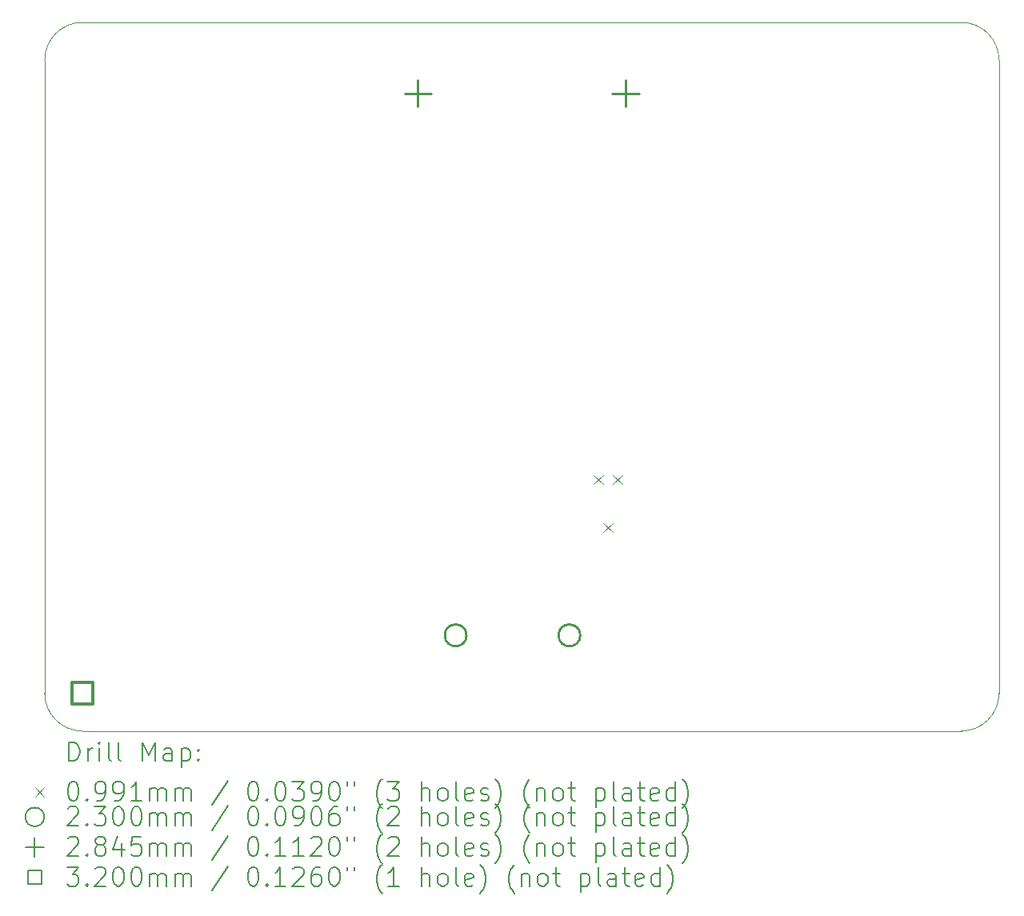
<source format=gbr>
%TF.GenerationSoftware,KiCad,Pcbnew,8.0.2*%
%TF.CreationDate,2025-02-01T15:13:11-07:00*%
%TF.ProjectId,sdm24logger,73646d32-346c-46f6-9767-65722e6b6963,v3.1*%
%TF.SameCoordinates,Original*%
%TF.FileFunction,Drillmap*%
%TF.FilePolarity,Positive*%
%FSLAX45Y45*%
G04 Gerber Fmt 4.5, Leading zero omitted, Abs format (unit mm)*
G04 Created by KiCad (PCBNEW 8.0.2) date 2025-02-01 15:13:11*
%MOMM*%
%LPD*%
G01*
G04 APERTURE LIST*
%ADD10C,0.100000*%
%ADD11C,0.200000*%
%ADD12C,0.230000*%
%ADD13C,0.284480*%
%ADD14C,0.320000*%
G04 APERTURE END LIST*
D10*
X8600000Y-15700000D02*
X17900000Y-15700000D01*
X8200000Y-8600000D02*
G75*
G02*
X8600000Y-8200000I400000J0D01*
G01*
X17900000Y-8200000D02*
G75*
G02*
X18300000Y-8600000I0J-400000D01*
G01*
X8200000Y-8600000D02*
X8200000Y-15300000D01*
X18300000Y-15300000D02*
X18300000Y-8600000D01*
X8600000Y-15700000D02*
G75*
G02*
X8200000Y-15300000I0J400000D01*
G01*
X17900000Y-8200000D02*
X8600000Y-8200000D01*
X18300000Y-15300000D02*
G75*
G02*
X17900000Y-15700000I-400000J0D01*
G01*
D11*
D10*
X14010470Y-12990470D02*
X14109530Y-13089530D01*
X14109530Y-12990470D02*
X14010470Y-13089530D01*
X14112070Y-13498470D02*
X14211130Y-13597530D01*
X14211130Y-13498470D02*
X14112070Y-13597530D01*
X14213670Y-12990470D02*
X14312730Y-13089530D01*
X14312730Y-12990470D02*
X14213670Y-13089530D01*
D12*
X12664000Y-14687000D02*
G75*
G02*
X12434000Y-14687000I-115000J0D01*
G01*
X12434000Y-14687000D02*
G75*
G02*
X12664000Y-14687000I115000J0D01*
G01*
X13868000Y-14687000D02*
G75*
G02*
X13638000Y-14687000I-115000J0D01*
G01*
X13638000Y-14687000D02*
G75*
G02*
X13868000Y-14687000I115000J0D01*
G01*
D13*
X12150000Y-8807772D02*
X12150000Y-9092252D01*
X12007760Y-8950012D02*
X12292240Y-8950012D01*
X14350000Y-8807772D02*
X14350000Y-9092252D01*
X14207760Y-8950012D02*
X14492240Y-8950012D01*
D14*
X8713138Y-15413138D02*
X8713138Y-15186862D01*
X8486862Y-15186862D01*
X8486862Y-15413138D01*
X8713138Y-15413138D01*
D11*
X8455777Y-16016484D02*
X8455777Y-15816484D01*
X8455777Y-15816484D02*
X8503396Y-15816484D01*
X8503396Y-15816484D02*
X8531967Y-15826008D01*
X8531967Y-15826008D02*
X8551015Y-15845055D01*
X8551015Y-15845055D02*
X8560539Y-15864103D01*
X8560539Y-15864103D02*
X8570063Y-15902198D01*
X8570063Y-15902198D02*
X8570063Y-15930769D01*
X8570063Y-15930769D02*
X8560539Y-15968865D01*
X8560539Y-15968865D02*
X8551015Y-15987912D01*
X8551015Y-15987912D02*
X8531967Y-16006960D01*
X8531967Y-16006960D02*
X8503396Y-16016484D01*
X8503396Y-16016484D02*
X8455777Y-16016484D01*
X8655777Y-16016484D02*
X8655777Y-15883150D01*
X8655777Y-15921246D02*
X8665301Y-15902198D01*
X8665301Y-15902198D02*
X8674824Y-15892674D01*
X8674824Y-15892674D02*
X8693872Y-15883150D01*
X8693872Y-15883150D02*
X8712920Y-15883150D01*
X8779586Y-16016484D02*
X8779586Y-15883150D01*
X8779586Y-15816484D02*
X8770063Y-15826008D01*
X8770063Y-15826008D02*
X8779586Y-15835531D01*
X8779586Y-15835531D02*
X8789110Y-15826008D01*
X8789110Y-15826008D02*
X8779586Y-15816484D01*
X8779586Y-15816484D02*
X8779586Y-15835531D01*
X8903396Y-16016484D02*
X8884348Y-16006960D01*
X8884348Y-16006960D02*
X8874824Y-15987912D01*
X8874824Y-15987912D02*
X8874824Y-15816484D01*
X9008158Y-16016484D02*
X8989110Y-16006960D01*
X8989110Y-16006960D02*
X8979586Y-15987912D01*
X8979586Y-15987912D02*
X8979586Y-15816484D01*
X9236729Y-16016484D02*
X9236729Y-15816484D01*
X9236729Y-15816484D02*
X9303396Y-15959341D01*
X9303396Y-15959341D02*
X9370063Y-15816484D01*
X9370063Y-15816484D02*
X9370063Y-16016484D01*
X9551015Y-16016484D02*
X9551015Y-15911722D01*
X9551015Y-15911722D02*
X9541491Y-15892674D01*
X9541491Y-15892674D02*
X9522444Y-15883150D01*
X9522444Y-15883150D02*
X9484348Y-15883150D01*
X9484348Y-15883150D02*
X9465301Y-15892674D01*
X9551015Y-16006960D02*
X9531967Y-16016484D01*
X9531967Y-16016484D02*
X9484348Y-16016484D01*
X9484348Y-16016484D02*
X9465301Y-16006960D01*
X9465301Y-16006960D02*
X9455777Y-15987912D01*
X9455777Y-15987912D02*
X9455777Y-15968865D01*
X9455777Y-15968865D02*
X9465301Y-15949817D01*
X9465301Y-15949817D02*
X9484348Y-15940293D01*
X9484348Y-15940293D02*
X9531967Y-15940293D01*
X9531967Y-15940293D02*
X9551015Y-15930769D01*
X9646253Y-15883150D02*
X9646253Y-16083150D01*
X9646253Y-15892674D02*
X9665301Y-15883150D01*
X9665301Y-15883150D02*
X9703396Y-15883150D01*
X9703396Y-15883150D02*
X9722444Y-15892674D01*
X9722444Y-15892674D02*
X9731967Y-15902198D01*
X9731967Y-15902198D02*
X9741491Y-15921246D01*
X9741491Y-15921246D02*
X9741491Y-15978388D01*
X9741491Y-15978388D02*
X9731967Y-15997436D01*
X9731967Y-15997436D02*
X9722444Y-16006960D01*
X9722444Y-16006960D02*
X9703396Y-16016484D01*
X9703396Y-16016484D02*
X9665301Y-16016484D01*
X9665301Y-16016484D02*
X9646253Y-16006960D01*
X9827205Y-15997436D02*
X9836729Y-16006960D01*
X9836729Y-16006960D02*
X9827205Y-16016484D01*
X9827205Y-16016484D02*
X9817682Y-16006960D01*
X9817682Y-16006960D02*
X9827205Y-15997436D01*
X9827205Y-15997436D02*
X9827205Y-16016484D01*
X9827205Y-15892674D02*
X9836729Y-15902198D01*
X9836729Y-15902198D02*
X9827205Y-15911722D01*
X9827205Y-15911722D02*
X9817682Y-15902198D01*
X9817682Y-15902198D02*
X9827205Y-15892674D01*
X9827205Y-15892674D02*
X9827205Y-15911722D01*
D10*
X8095940Y-16295470D02*
X8195000Y-16394530D01*
X8195000Y-16295470D02*
X8095940Y-16394530D01*
D11*
X8493872Y-16236484D02*
X8512920Y-16236484D01*
X8512920Y-16236484D02*
X8531967Y-16246008D01*
X8531967Y-16246008D02*
X8541491Y-16255531D01*
X8541491Y-16255531D02*
X8551015Y-16274579D01*
X8551015Y-16274579D02*
X8560539Y-16312674D01*
X8560539Y-16312674D02*
X8560539Y-16360293D01*
X8560539Y-16360293D02*
X8551015Y-16398388D01*
X8551015Y-16398388D02*
X8541491Y-16417436D01*
X8541491Y-16417436D02*
X8531967Y-16426960D01*
X8531967Y-16426960D02*
X8512920Y-16436484D01*
X8512920Y-16436484D02*
X8493872Y-16436484D01*
X8493872Y-16436484D02*
X8474824Y-16426960D01*
X8474824Y-16426960D02*
X8465301Y-16417436D01*
X8465301Y-16417436D02*
X8455777Y-16398388D01*
X8455777Y-16398388D02*
X8446253Y-16360293D01*
X8446253Y-16360293D02*
X8446253Y-16312674D01*
X8446253Y-16312674D02*
X8455777Y-16274579D01*
X8455777Y-16274579D02*
X8465301Y-16255531D01*
X8465301Y-16255531D02*
X8474824Y-16246008D01*
X8474824Y-16246008D02*
X8493872Y-16236484D01*
X8646253Y-16417436D02*
X8655777Y-16426960D01*
X8655777Y-16426960D02*
X8646253Y-16436484D01*
X8646253Y-16436484D02*
X8636729Y-16426960D01*
X8636729Y-16426960D02*
X8646253Y-16417436D01*
X8646253Y-16417436D02*
X8646253Y-16436484D01*
X8751015Y-16436484D02*
X8789110Y-16436484D01*
X8789110Y-16436484D02*
X8808158Y-16426960D01*
X8808158Y-16426960D02*
X8817682Y-16417436D01*
X8817682Y-16417436D02*
X8836729Y-16388865D01*
X8836729Y-16388865D02*
X8846253Y-16350769D01*
X8846253Y-16350769D02*
X8846253Y-16274579D01*
X8846253Y-16274579D02*
X8836729Y-16255531D01*
X8836729Y-16255531D02*
X8827205Y-16246008D01*
X8827205Y-16246008D02*
X8808158Y-16236484D01*
X8808158Y-16236484D02*
X8770063Y-16236484D01*
X8770063Y-16236484D02*
X8751015Y-16246008D01*
X8751015Y-16246008D02*
X8741491Y-16255531D01*
X8741491Y-16255531D02*
X8731967Y-16274579D01*
X8731967Y-16274579D02*
X8731967Y-16322198D01*
X8731967Y-16322198D02*
X8741491Y-16341246D01*
X8741491Y-16341246D02*
X8751015Y-16350769D01*
X8751015Y-16350769D02*
X8770063Y-16360293D01*
X8770063Y-16360293D02*
X8808158Y-16360293D01*
X8808158Y-16360293D02*
X8827205Y-16350769D01*
X8827205Y-16350769D02*
X8836729Y-16341246D01*
X8836729Y-16341246D02*
X8846253Y-16322198D01*
X8941491Y-16436484D02*
X8979586Y-16436484D01*
X8979586Y-16436484D02*
X8998634Y-16426960D01*
X8998634Y-16426960D02*
X9008158Y-16417436D01*
X9008158Y-16417436D02*
X9027205Y-16388865D01*
X9027205Y-16388865D02*
X9036729Y-16350769D01*
X9036729Y-16350769D02*
X9036729Y-16274579D01*
X9036729Y-16274579D02*
X9027205Y-16255531D01*
X9027205Y-16255531D02*
X9017682Y-16246008D01*
X9017682Y-16246008D02*
X8998634Y-16236484D01*
X8998634Y-16236484D02*
X8960539Y-16236484D01*
X8960539Y-16236484D02*
X8941491Y-16246008D01*
X8941491Y-16246008D02*
X8931967Y-16255531D01*
X8931967Y-16255531D02*
X8922444Y-16274579D01*
X8922444Y-16274579D02*
X8922444Y-16322198D01*
X8922444Y-16322198D02*
X8931967Y-16341246D01*
X8931967Y-16341246D02*
X8941491Y-16350769D01*
X8941491Y-16350769D02*
X8960539Y-16360293D01*
X8960539Y-16360293D02*
X8998634Y-16360293D01*
X8998634Y-16360293D02*
X9017682Y-16350769D01*
X9017682Y-16350769D02*
X9027205Y-16341246D01*
X9027205Y-16341246D02*
X9036729Y-16322198D01*
X9227205Y-16436484D02*
X9112920Y-16436484D01*
X9170063Y-16436484D02*
X9170063Y-16236484D01*
X9170063Y-16236484D02*
X9151015Y-16265055D01*
X9151015Y-16265055D02*
X9131967Y-16284103D01*
X9131967Y-16284103D02*
X9112920Y-16293627D01*
X9312920Y-16436484D02*
X9312920Y-16303150D01*
X9312920Y-16322198D02*
X9322444Y-16312674D01*
X9322444Y-16312674D02*
X9341491Y-16303150D01*
X9341491Y-16303150D02*
X9370063Y-16303150D01*
X9370063Y-16303150D02*
X9389110Y-16312674D01*
X9389110Y-16312674D02*
X9398634Y-16331722D01*
X9398634Y-16331722D02*
X9398634Y-16436484D01*
X9398634Y-16331722D02*
X9408158Y-16312674D01*
X9408158Y-16312674D02*
X9427205Y-16303150D01*
X9427205Y-16303150D02*
X9455777Y-16303150D01*
X9455777Y-16303150D02*
X9474825Y-16312674D01*
X9474825Y-16312674D02*
X9484348Y-16331722D01*
X9484348Y-16331722D02*
X9484348Y-16436484D01*
X9579586Y-16436484D02*
X9579586Y-16303150D01*
X9579586Y-16322198D02*
X9589110Y-16312674D01*
X9589110Y-16312674D02*
X9608158Y-16303150D01*
X9608158Y-16303150D02*
X9636729Y-16303150D01*
X9636729Y-16303150D02*
X9655777Y-16312674D01*
X9655777Y-16312674D02*
X9665301Y-16331722D01*
X9665301Y-16331722D02*
X9665301Y-16436484D01*
X9665301Y-16331722D02*
X9674825Y-16312674D01*
X9674825Y-16312674D02*
X9693872Y-16303150D01*
X9693872Y-16303150D02*
X9722444Y-16303150D01*
X9722444Y-16303150D02*
X9741491Y-16312674D01*
X9741491Y-16312674D02*
X9751015Y-16331722D01*
X9751015Y-16331722D02*
X9751015Y-16436484D01*
X10141491Y-16226960D02*
X9970063Y-16484103D01*
X10398634Y-16236484D02*
X10417682Y-16236484D01*
X10417682Y-16236484D02*
X10436729Y-16246008D01*
X10436729Y-16246008D02*
X10446253Y-16255531D01*
X10446253Y-16255531D02*
X10455777Y-16274579D01*
X10455777Y-16274579D02*
X10465301Y-16312674D01*
X10465301Y-16312674D02*
X10465301Y-16360293D01*
X10465301Y-16360293D02*
X10455777Y-16398388D01*
X10455777Y-16398388D02*
X10446253Y-16417436D01*
X10446253Y-16417436D02*
X10436729Y-16426960D01*
X10436729Y-16426960D02*
X10417682Y-16436484D01*
X10417682Y-16436484D02*
X10398634Y-16436484D01*
X10398634Y-16436484D02*
X10379587Y-16426960D01*
X10379587Y-16426960D02*
X10370063Y-16417436D01*
X10370063Y-16417436D02*
X10360539Y-16398388D01*
X10360539Y-16398388D02*
X10351015Y-16360293D01*
X10351015Y-16360293D02*
X10351015Y-16312674D01*
X10351015Y-16312674D02*
X10360539Y-16274579D01*
X10360539Y-16274579D02*
X10370063Y-16255531D01*
X10370063Y-16255531D02*
X10379587Y-16246008D01*
X10379587Y-16246008D02*
X10398634Y-16236484D01*
X10551015Y-16417436D02*
X10560539Y-16426960D01*
X10560539Y-16426960D02*
X10551015Y-16436484D01*
X10551015Y-16436484D02*
X10541491Y-16426960D01*
X10541491Y-16426960D02*
X10551015Y-16417436D01*
X10551015Y-16417436D02*
X10551015Y-16436484D01*
X10684348Y-16236484D02*
X10703396Y-16236484D01*
X10703396Y-16236484D02*
X10722444Y-16246008D01*
X10722444Y-16246008D02*
X10731968Y-16255531D01*
X10731968Y-16255531D02*
X10741491Y-16274579D01*
X10741491Y-16274579D02*
X10751015Y-16312674D01*
X10751015Y-16312674D02*
X10751015Y-16360293D01*
X10751015Y-16360293D02*
X10741491Y-16398388D01*
X10741491Y-16398388D02*
X10731968Y-16417436D01*
X10731968Y-16417436D02*
X10722444Y-16426960D01*
X10722444Y-16426960D02*
X10703396Y-16436484D01*
X10703396Y-16436484D02*
X10684348Y-16436484D01*
X10684348Y-16436484D02*
X10665301Y-16426960D01*
X10665301Y-16426960D02*
X10655777Y-16417436D01*
X10655777Y-16417436D02*
X10646253Y-16398388D01*
X10646253Y-16398388D02*
X10636729Y-16360293D01*
X10636729Y-16360293D02*
X10636729Y-16312674D01*
X10636729Y-16312674D02*
X10646253Y-16274579D01*
X10646253Y-16274579D02*
X10655777Y-16255531D01*
X10655777Y-16255531D02*
X10665301Y-16246008D01*
X10665301Y-16246008D02*
X10684348Y-16236484D01*
X10817682Y-16236484D02*
X10941491Y-16236484D01*
X10941491Y-16236484D02*
X10874825Y-16312674D01*
X10874825Y-16312674D02*
X10903396Y-16312674D01*
X10903396Y-16312674D02*
X10922444Y-16322198D01*
X10922444Y-16322198D02*
X10931968Y-16331722D01*
X10931968Y-16331722D02*
X10941491Y-16350769D01*
X10941491Y-16350769D02*
X10941491Y-16398388D01*
X10941491Y-16398388D02*
X10931968Y-16417436D01*
X10931968Y-16417436D02*
X10922444Y-16426960D01*
X10922444Y-16426960D02*
X10903396Y-16436484D01*
X10903396Y-16436484D02*
X10846253Y-16436484D01*
X10846253Y-16436484D02*
X10827206Y-16426960D01*
X10827206Y-16426960D02*
X10817682Y-16417436D01*
X11036729Y-16436484D02*
X11074825Y-16436484D01*
X11074825Y-16436484D02*
X11093872Y-16426960D01*
X11093872Y-16426960D02*
X11103396Y-16417436D01*
X11103396Y-16417436D02*
X11122444Y-16388865D01*
X11122444Y-16388865D02*
X11131968Y-16350769D01*
X11131968Y-16350769D02*
X11131968Y-16274579D01*
X11131968Y-16274579D02*
X11122444Y-16255531D01*
X11122444Y-16255531D02*
X11112920Y-16246008D01*
X11112920Y-16246008D02*
X11093872Y-16236484D01*
X11093872Y-16236484D02*
X11055777Y-16236484D01*
X11055777Y-16236484D02*
X11036729Y-16246008D01*
X11036729Y-16246008D02*
X11027206Y-16255531D01*
X11027206Y-16255531D02*
X11017682Y-16274579D01*
X11017682Y-16274579D02*
X11017682Y-16322198D01*
X11017682Y-16322198D02*
X11027206Y-16341246D01*
X11027206Y-16341246D02*
X11036729Y-16350769D01*
X11036729Y-16350769D02*
X11055777Y-16360293D01*
X11055777Y-16360293D02*
X11093872Y-16360293D01*
X11093872Y-16360293D02*
X11112920Y-16350769D01*
X11112920Y-16350769D02*
X11122444Y-16341246D01*
X11122444Y-16341246D02*
X11131968Y-16322198D01*
X11255777Y-16236484D02*
X11274825Y-16236484D01*
X11274825Y-16236484D02*
X11293872Y-16246008D01*
X11293872Y-16246008D02*
X11303396Y-16255531D01*
X11303396Y-16255531D02*
X11312920Y-16274579D01*
X11312920Y-16274579D02*
X11322444Y-16312674D01*
X11322444Y-16312674D02*
X11322444Y-16360293D01*
X11322444Y-16360293D02*
X11312920Y-16398388D01*
X11312920Y-16398388D02*
X11303396Y-16417436D01*
X11303396Y-16417436D02*
X11293872Y-16426960D01*
X11293872Y-16426960D02*
X11274825Y-16436484D01*
X11274825Y-16436484D02*
X11255777Y-16436484D01*
X11255777Y-16436484D02*
X11236729Y-16426960D01*
X11236729Y-16426960D02*
X11227206Y-16417436D01*
X11227206Y-16417436D02*
X11217682Y-16398388D01*
X11217682Y-16398388D02*
X11208158Y-16360293D01*
X11208158Y-16360293D02*
X11208158Y-16312674D01*
X11208158Y-16312674D02*
X11217682Y-16274579D01*
X11217682Y-16274579D02*
X11227206Y-16255531D01*
X11227206Y-16255531D02*
X11236729Y-16246008D01*
X11236729Y-16246008D02*
X11255777Y-16236484D01*
X11398634Y-16236484D02*
X11398634Y-16274579D01*
X11474825Y-16236484D02*
X11474825Y-16274579D01*
X11770063Y-16512674D02*
X11760539Y-16503150D01*
X11760539Y-16503150D02*
X11741491Y-16474579D01*
X11741491Y-16474579D02*
X11731968Y-16455531D01*
X11731968Y-16455531D02*
X11722444Y-16426960D01*
X11722444Y-16426960D02*
X11712920Y-16379341D01*
X11712920Y-16379341D02*
X11712920Y-16341246D01*
X11712920Y-16341246D02*
X11722444Y-16293627D01*
X11722444Y-16293627D02*
X11731968Y-16265055D01*
X11731968Y-16265055D02*
X11741491Y-16246008D01*
X11741491Y-16246008D02*
X11760539Y-16217436D01*
X11760539Y-16217436D02*
X11770063Y-16207912D01*
X11827206Y-16236484D02*
X11951015Y-16236484D01*
X11951015Y-16236484D02*
X11884348Y-16312674D01*
X11884348Y-16312674D02*
X11912920Y-16312674D01*
X11912920Y-16312674D02*
X11931968Y-16322198D01*
X11931968Y-16322198D02*
X11941491Y-16331722D01*
X11941491Y-16331722D02*
X11951015Y-16350769D01*
X11951015Y-16350769D02*
X11951015Y-16398388D01*
X11951015Y-16398388D02*
X11941491Y-16417436D01*
X11941491Y-16417436D02*
X11931968Y-16426960D01*
X11931968Y-16426960D02*
X11912920Y-16436484D01*
X11912920Y-16436484D02*
X11855777Y-16436484D01*
X11855777Y-16436484D02*
X11836729Y-16426960D01*
X11836729Y-16426960D02*
X11827206Y-16417436D01*
X12189110Y-16436484D02*
X12189110Y-16236484D01*
X12274825Y-16436484D02*
X12274825Y-16331722D01*
X12274825Y-16331722D02*
X12265301Y-16312674D01*
X12265301Y-16312674D02*
X12246253Y-16303150D01*
X12246253Y-16303150D02*
X12217682Y-16303150D01*
X12217682Y-16303150D02*
X12198634Y-16312674D01*
X12198634Y-16312674D02*
X12189110Y-16322198D01*
X12398634Y-16436484D02*
X12379587Y-16426960D01*
X12379587Y-16426960D02*
X12370063Y-16417436D01*
X12370063Y-16417436D02*
X12360539Y-16398388D01*
X12360539Y-16398388D02*
X12360539Y-16341246D01*
X12360539Y-16341246D02*
X12370063Y-16322198D01*
X12370063Y-16322198D02*
X12379587Y-16312674D01*
X12379587Y-16312674D02*
X12398634Y-16303150D01*
X12398634Y-16303150D02*
X12427206Y-16303150D01*
X12427206Y-16303150D02*
X12446253Y-16312674D01*
X12446253Y-16312674D02*
X12455777Y-16322198D01*
X12455777Y-16322198D02*
X12465301Y-16341246D01*
X12465301Y-16341246D02*
X12465301Y-16398388D01*
X12465301Y-16398388D02*
X12455777Y-16417436D01*
X12455777Y-16417436D02*
X12446253Y-16426960D01*
X12446253Y-16426960D02*
X12427206Y-16436484D01*
X12427206Y-16436484D02*
X12398634Y-16436484D01*
X12579587Y-16436484D02*
X12560539Y-16426960D01*
X12560539Y-16426960D02*
X12551015Y-16407912D01*
X12551015Y-16407912D02*
X12551015Y-16236484D01*
X12731968Y-16426960D02*
X12712920Y-16436484D01*
X12712920Y-16436484D02*
X12674825Y-16436484D01*
X12674825Y-16436484D02*
X12655777Y-16426960D01*
X12655777Y-16426960D02*
X12646253Y-16407912D01*
X12646253Y-16407912D02*
X12646253Y-16331722D01*
X12646253Y-16331722D02*
X12655777Y-16312674D01*
X12655777Y-16312674D02*
X12674825Y-16303150D01*
X12674825Y-16303150D02*
X12712920Y-16303150D01*
X12712920Y-16303150D02*
X12731968Y-16312674D01*
X12731968Y-16312674D02*
X12741491Y-16331722D01*
X12741491Y-16331722D02*
X12741491Y-16350769D01*
X12741491Y-16350769D02*
X12646253Y-16369817D01*
X12817682Y-16426960D02*
X12836730Y-16436484D01*
X12836730Y-16436484D02*
X12874825Y-16436484D01*
X12874825Y-16436484D02*
X12893872Y-16426960D01*
X12893872Y-16426960D02*
X12903396Y-16407912D01*
X12903396Y-16407912D02*
X12903396Y-16398388D01*
X12903396Y-16398388D02*
X12893872Y-16379341D01*
X12893872Y-16379341D02*
X12874825Y-16369817D01*
X12874825Y-16369817D02*
X12846253Y-16369817D01*
X12846253Y-16369817D02*
X12827206Y-16360293D01*
X12827206Y-16360293D02*
X12817682Y-16341246D01*
X12817682Y-16341246D02*
X12817682Y-16331722D01*
X12817682Y-16331722D02*
X12827206Y-16312674D01*
X12827206Y-16312674D02*
X12846253Y-16303150D01*
X12846253Y-16303150D02*
X12874825Y-16303150D01*
X12874825Y-16303150D02*
X12893872Y-16312674D01*
X12970063Y-16512674D02*
X12979587Y-16503150D01*
X12979587Y-16503150D02*
X12998634Y-16474579D01*
X12998634Y-16474579D02*
X13008158Y-16455531D01*
X13008158Y-16455531D02*
X13017682Y-16426960D01*
X13017682Y-16426960D02*
X13027206Y-16379341D01*
X13027206Y-16379341D02*
X13027206Y-16341246D01*
X13027206Y-16341246D02*
X13017682Y-16293627D01*
X13017682Y-16293627D02*
X13008158Y-16265055D01*
X13008158Y-16265055D02*
X12998634Y-16246008D01*
X12998634Y-16246008D02*
X12979587Y-16217436D01*
X12979587Y-16217436D02*
X12970063Y-16207912D01*
X13331968Y-16512674D02*
X13322444Y-16503150D01*
X13322444Y-16503150D02*
X13303396Y-16474579D01*
X13303396Y-16474579D02*
X13293872Y-16455531D01*
X13293872Y-16455531D02*
X13284349Y-16426960D01*
X13284349Y-16426960D02*
X13274825Y-16379341D01*
X13274825Y-16379341D02*
X13274825Y-16341246D01*
X13274825Y-16341246D02*
X13284349Y-16293627D01*
X13284349Y-16293627D02*
X13293872Y-16265055D01*
X13293872Y-16265055D02*
X13303396Y-16246008D01*
X13303396Y-16246008D02*
X13322444Y-16217436D01*
X13322444Y-16217436D02*
X13331968Y-16207912D01*
X13408158Y-16303150D02*
X13408158Y-16436484D01*
X13408158Y-16322198D02*
X13417682Y-16312674D01*
X13417682Y-16312674D02*
X13436730Y-16303150D01*
X13436730Y-16303150D02*
X13465301Y-16303150D01*
X13465301Y-16303150D02*
X13484349Y-16312674D01*
X13484349Y-16312674D02*
X13493872Y-16331722D01*
X13493872Y-16331722D02*
X13493872Y-16436484D01*
X13617682Y-16436484D02*
X13598634Y-16426960D01*
X13598634Y-16426960D02*
X13589111Y-16417436D01*
X13589111Y-16417436D02*
X13579587Y-16398388D01*
X13579587Y-16398388D02*
X13579587Y-16341246D01*
X13579587Y-16341246D02*
X13589111Y-16322198D01*
X13589111Y-16322198D02*
X13598634Y-16312674D01*
X13598634Y-16312674D02*
X13617682Y-16303150D01*
X13617682Y-16303150D02*
X13646253Y-16303150D01*
X13646253Y-16303150D02*
X13665301Y-16312674D01*
X13665301Y-16312674D02*
X13674825Y-16322198D01*
X13674825Y-16322198D02*
X13684349Y-16341246D01*
X13684349Y-16341246D02*
X13684349Y-16398388D01*
X13684349Y-16398388D02*
X13674825Y-16417436D01*
X13674825Y-16417436D02*
X13665301Y-16426960D01*
X13665301Y-16426960D02*
X13646253Y-16436484D01*
X13646253Y-16436484D02*
X13617682Y-16436484D01*
X13741492Y-16303150D02*
X13817682Y-16303150D01*
X13770063Y-16236484D02*
X13770063Y-16407912D01*
X13770063Y-16407912D02*
X13779587Y-16426960D01*
X13779587Y-16426960D02*
X13798634Y-16436484D01*
X13798634Y-16436484D02*
X13817682Y-16436484D01*
X14036730Y-16303150D02*
X14036730Y-16503150D01*
X14036730Y-16312674D02*
X14055777Y-16303150D01*
X14055777Y-16303150D02*
X14093873Y-16303150D01*
X14093873Y-16303150D02*
X14112920Y-16312674D01*
X14112920Y-16312674D02*
X14122444Y-16322198D01*
X14122444Y-16322198D02*
X14131968Y-16341246D01*
X14131968Y-16341246D02*
X14131968Y-16398388D01*
X14131968Y-16398388D02*
X14122444Y-16417436D01*
X14122444Y-16417436D02*
X14112920Y-16426960D01*
X14112920Y-16426960D02*
X14093873Y-16436484D01*
X14093873Y-16436484D02*
X14055777Y-16436484D01*
X14055777Y-16436484D02*
X14036730Y-16426960D01*
X14246253Y-16436484D02*
X14227206Y-16426960D01*
X14227206Y-16426960D02*
X14217682Y-16407912D01*
X14217682Y-16407912D02*
X14217682Y-16236484D01*
X14408158Y-16436484D02*
X14408158Y-16331722D01*
X14408158Y-16331722D02*
X14398634Y-16312674D01*
X14398634Y-16312674D02*
X14379587Y-16303150D01*
X14379587Y-16303150D02*
X14341492Y-16303150D01*
X14341492Y-16303150D02*
X14322444Y-16312674D01*
X14408158Y-16426960D02*
X14389111Y-16436484D01*
X14389111Y-16436484D02*
X14341492Y-16436484D01*
X14341492Y-16436484D02*
X14322444Y-16426960D01*
X14322444Y-16426960D02*
X14312920Y-16407912D01*
X14312920Y-16407912D02*
X14312920Y-16388865D01*
X14312920Y-16388865D02*
X14322444Y-16369817D01*
X14322444Y-16369817D02*
X14341492Y-16360293D01*
X14341492Y-16360293D02*
X14389111Y-16360293D01*
X14389111Y-16360293D02*
X14408158Y-16350769D01*
X14474825Y-16303150D02*
X14551015Y-16303150D01*
X14503396Y-16236484D02*
X14503396Y-16407912D01*
X14503396Y-16407912D02*
X14512920Y-16426960D01*
X14512920Y-16426960D02*
X14531968Y-16436484D01*
X14531968Y-16436484D02*
X14551015Y-16436484D01*
X14693873Y-16426960D02*
X14674825Y-16436484D01*
X14674825Y-16436484D02*
X14636730Y-16436484D01*
X14636730Y-16436484D02*
X14617682Y-16426960D01*
X14617682Y-16426960D02*
X14608158Y-16407912D01*
X14608158Y-16407912D02*
X14608158Y-16331722D01*
X14608158Y-16331722D02*
X14617682Y-16312674D01*
X14617682Y-16312674D02*
X14636730Y-16303150D01*
X14636730Y-16303150D02*
X14674825Y-16303150D01*
X14674825Y-16303150D02*
X14693873Y-16312674D01*
X14693873Y-16312674D02*
X14703396Y-16331722D01*
X14703396Y-16331722D02*
X14703396Y-16350769D01*
X14703396Y-16350769D02*
X14608158Y-16369817D01*
X14874825Y-16436484D02*
X14874825Y-16236484D01*
X14874825Y-16426960D02*
X14855777Y-16436484D01*
X14855777Y-16436484D02*
X14817682Y-16436484D01*
X14817682Y-16436484D02*
X14798634Y-16426960D01*
X14798634Y-16426960D02*
X14789111Y-16417436D01*
X14789111Y-16417436D02*
X14779587Y-16398388D01*
X14779587Y-16398388D02*
X14779587Y-16341246D01*
X14779587Y-16341246D02*
X14789111Y-16322198D01*
X14789111Y-16322198D02*
X14798634Y-16312674D01*
X14798634Y-16312674D02*
X14817682Y-16303150D01*
X14817682Y-16303150D02*
X14855777Y-16303150D01*
X14855777Y-16303150D02*
X14874825Y-16312674D01*
X14951015Y-16512674D02*
X14960539Y-16503150D01*
X14960539Y-16503150D02*
X14979587Y-16474579D01*
X14979587Y-16474579D02*
X14989111Y-16455531D01*
X14989111Y-16455531D02*
X14998634Y-16426960D01*
X14998634Y-16426960D02*
X15008158Y-16379341D01*
X15008158Y-16379341D02*
X15008158Y-16341246D01*
X15008158Y-16341246D02*
X14998634Y-16293627D01*
X14998634Y-16293627D02*
X14989111Y-16265055D01*
X14989111Y-16265055D02*
X14979587Y-16246008D01*
X14979587Y-16246008D02*
X14960539Y-16217436D01*
X14960539Y-16217436D02*
X14951015Y-16207912D01*
X8195000Y-16609000D02*
G75*
G02*
X7995000Y-16609000I-100000J0D01*
G01*
X7995000Y-16609000D02*
G75*
G02*
X8195000Y-16609000I100000J0D01*
G01*
X8446253Y-16519531D02*
X8455777Y-16510008D01*
X8455777Y-16510008D02*
X8474824Y-16500484D01*
X8474824Y-16500484D02*
X8522444Y-16500484D01*
X8522444Y-16500484D02*
X8541491Y-16510008D01*
X8541491Y-16510008D02*
X8551015Y-16519531D01*
X8551015Y-16519531D02*
X8560539Y-16538579D01*
X8560539Y-16538579D02*
X8560539Y-16557627D01*
X8560539Y-16557627D02*
X8551015Y-16586198D01*
X8551015Y-16586198D02*
X8436729Y-16700484D01*
X8436729Y-16700484D02*
X8560539Y-16700484D01*
X8646253Y-16681436D02*
X8655777Y-16690960D01*
X8655777Y-16690960D02*
X8646253Y-16700484D01*
X8646253Y-16700484D02*
X8636729Y-16690960D01*
X8636729Y-16690960D02*
X8646253Y-16681436D01*
X8646253Y-16681436D02*
X8646253Y-16700484D01*
X8722444Y-16500484D02*
X8846253Y-16500484D01*
X8846253Y-16500484D02*
X8779586Y-16576674D01*
X8779586Y-16576674D02*
X8808158Y-16576674D01*
X8808158Y-16576674D02*
X8827205Y-16586198D01*
X8827205Y-16586198D02*
X8836729Y-16595722D01*
X8836729Y-16595722D02*
X8846253Y-16614769D01*
X8846253Y-16614769D02*
X8846253Y-16662388D01*
X8846253Y-16662388D02*
X8836729Y-16681436D01*
X8836729Y-16681436D02*
X8827205Y-16690960D01*
X8827205Y-16690960D02*
X8808158Y-16700484D01*
X8808158Y-16700484D02*
X8751015Y-16700484D01*
X8751015Y-16700484D02*
X8731967Y-16690960D01*
X8731967Y-16690960D02*
X8722444Y-16681436D01*
X8970063Y-16500484D02*
X8989110Y-16500484D01*
X8989110Y-16500484D02*
X9008158Y-16510008D01*
X9008158Y-16510008D02*
X9017682Y-16519531D01*
X9017682Y-16519531D02*
X9027205Y-16538579D01*
X9027205Y-16538579D02*
X9036729Y-16576674D01*
X9036729Y-16576674D02*
X9036729Y-16624293D01*
X9036729Y-16624293D02*
X9027205Y-16662388D01*
X9027205Y-16662388D02*
X9017682Y-16681436D01*
X9017682Y-16681436D02*
X9008158Y-16690960D01*
X9008158Y-16690960D02*
X8989110Y-16700484D01*
X8989110Y-16700484D02*
X8970063Y-16700484D01*
X8970063Y-16700484D02*
X8951015Y-16690960D01*
X8951015Y-16690960D02*
X8941491Y-16681436D01*
X8941491Y-16681436D02*
X8931967Y-16662388D01*
X8931967Y-16662388D02*
X8922444Y-16624293D01*
X8922444Y-16624293D02*
X8922444Y-16576674D01*
X8922444Y-16576674D02*
X8931967Y-16538579D01*
X8931967Y-16538579D02*
X8941491Y-16519531D01*
X8941491Y-16519531D02*
X8951015Y-16510008D01*
X8951015Y-16510008D02*
X8970063Y-16500484D01*
X9160539Y-16500484D02*
X9179586Y-16500484D01*
X9179586Y-16500484D02*
X9198634Y-16510008D01*
X9198634Y-16510008D02*
X9208158Y-16519531D01*
X9208158Y-16519531D02*
X9217682Y-16538579D01*
X9217682Y-16538579D02*
X9227205Y-16576674D01*
X9227205Y-16576674D02*
X9227205Y-16624293D01*
X9227205Y-16624293D02*
X9217682Y-16662388D01*
X9217682Y-16662388D02*
X9208158Y-16681436D01*
X9208158Y-16681436D02*
X9198634Y-16690960D01*
X9198634Y-16690960D02*
X9179586Y-16700484D01*
X9179586Y-16700484D02*
X9160539Y-16700484D01*
X9160539Y-16700484D02*
X9141491Y-16690960D01*
X9141491Y-16690960D02*
X9131967Y-16681436D01*
X9131967Y-16681436D02*
X9122444Y-16662388D01*
X9122444Y-16662388D02*
X9112920Y-16624293D01*
X9112920Y-16624293D02*
X9112920Y-16576674D01*
X9112920Y-16576674D02*
X9122444Y-16538579D01*
X9122444Y-16538579D02*
X9131967Y-16519531D01*
X9131967Y-16519531D02*
X9141491Y-16510008D01*
X9141491Y-16510008D02*
X9160539Y-16500484D01*
X9312920Y-16700484D02*
X9312920Y-16567150D01*
X9312920Y-16586198D02*
X9322444Y-16576674D01*
X9322444Y-16576674D02*
X9341491Y-16567150D01*
X9341491Y-16567150D02*
X9370063Y-16567150D01*
X9370063Y-16567150D02*
X9389110Y-16576674D01*
X9389110Y-16576674D02*
X9398634Y-16595722D01*
X9398634Y-16595722D02*
X9398634Y-16700484D01*
X9398634Y-16595722D02*
X9408158Y-16576674D01*
X9408158Y-16576674D02*
X9427205Y-16567150D01*
X9427205Y-16567150D02*
X9455777Y-16567150D01*
X9455777Y-16567150D02*
X9474825Y-16576674D01*
X9474825Y-16576674D02*
X9484348Y-16595722D01*
X9484348Y-16595722D02*
X9484348Y-16700484D01*
X9579586Y-16700484D02*
X9579586Y-16567150D01*
X9579586Y-16586198D02*
X9589110Y-16576674D01*
X9589110Y-16576674D02*
X9608158Y-16567150D01*
X9608158Y-16567150D02*
X9636729Y-16567150D01*
X9636729Y-16567150D02*
X9655777Y-16576674D01*
X9655777Y-16576674D02*
X9665301Y-16595722D01*
X9665301Y-16595722D02*
X9665301Y-16700484D01*
X9665301Y-16595722D02*
X9674825Y-16576674D01*
X9674825Y-16576674D02*
X9693872Y-16567150D01*
X9693872Y-16567150D02*
X9722444Y-16567150D01*
X9722444Y-16567150D02*
X9741491Y-16576674D01*
X9741491Y-16576674D02*
X9751015Y-16595722D01*
X9751015Y-16595722D02*
X9751015Y-16700484D01*
X10141491Y-16490960D02*
X9970063Y-16748103D01*
X10398634Y-16500484D02*
X10417682Y-16500484D01*
X10417682Y-16500484D02*
X10436729Y-16510008D01*
X10436729Y-16510008D02*
X10446253Y-16519531D01*
X10446253Y-16519531D02*
X10455777Y-16538579D01*
X10455777Y-16538579D02*
X10465301Y-16576674D01*
X10465301Y-16576674D02*
X10465301Y-16624293D01*
X10465301Y-16624293D02*
X10455777Y-16662388D01*
X10455777Y-16662388D02*
X10446253Y-16681436D01*
X10446253Y-16681436D02*
X10436729Y-16690960D01*
X10436729Y-16690960D02*
X10417682Y-16700484D01*
X10417682Y-16700484D02*
X10398634Y-16700484D01*
X10398634Y-16700484D02*
X10379587Y-16690960D01*
X10379587Y-16690960D02*
X10370063Y-16681436D01*
X10370063Y-16681436D02*
X10360539Y-16662388D01*
X10360539Y-16662388D02*
X10351015Y-16624293D01*
X10351015Y-16624293D02*
X10351015Y-16576674D01*
X10351015Y-16576674D02*
X10360539Y-16538579D01*
X10360539Y-16538579D02*
X10370063Y-16519531D01*
X10370063Y-16519531D02*
X10379587Y-16510008D01*
X10379587Y-16510008D02*
X10398634Y-16500484D01*
X10551015Y-16681436D02*
X10560539Y-16690960D01*
X10560539Y-16690960D02*
X10551015Y-16700484D01*
X10551015Y-16700484D02*
X10541491Y-16690960D01*
X10541491Y-16690960D02*
X10551015Y-16681436D01*
X10551015Y-16681436D02*
X10551015Y-16700484D01*
X10684348Y-16500484D02*
X10703396Y-16500484D01*
X10703396Y-16500484D02*
X10722444Y-16510008D01*
X10722444Y-16510008D02*
X10731968Y-16519531D01*
X10731968Y-16519531D02*
X10741491Y-16538579D01*
X10741491Y-16538579D02*
X10751015Y-16576674D01*
X10751015Y-16576674D02*
X10751015Y-16624293D01*
X10751015Y-16624293D02*
X10741491Y-16662388D01*
X10741491Y-16662388D02*
X10731968Y-16681436D01*
X10731968Y-16681436D02*
X10722444Y-16690960D01*
X10722444Y-16690960D02*
X10703396Y-16700484D01*
X10703396Y-16700484D02*
X10684348Y-16700484D01*
X10684348Y-16700484D02*
X10665301Y-16690960D01*
X10665301Y-16690960D02*
X10655777Y-16681436D01*
X10655777Y-16681436D02*
X10646253Y-16662388D01*
X10646253Y-16662388D02*
X10636729Y-16624293D01*
X10636729Y-16624293D02*
X10636729Y-16576674D01*
X10636729Y-16576674D02*
X10646253Y-16538579D01*
X10646253Y-16538579D02*
X10655777Y-16519531D01*
X10655777Y-16519531D02*
X10665301Y-16510008D01*
X10665301Y-16510008D02*
X10684348Y-16500484D01*
X10846253Y-16700484D02*
X10884348Y-16700484D01*
X10884348Y-16700484D02*
X10903396Y-16690960D01*
X10903396Y-16690960D02*
X10912920Y-16681436D01*
X10912920Y-16681436D02*
X10931968Y-16652865D01*
X10931968Y-16652865D02*
X10941491Y-16614769D01*
X10941491Y-16614769D02*
X10941491Y-16538579D01*
X10941491Y-16538579D02*
X10931968Y-16519531D01*
X10931968Y-16519531D02*
X10922444Y-16510008D01*
X10922444Y-16510008D02*
X10903396Y-16500484D01*
X10903396Y-16500484D02*
X10865301Y-16500484D01*
X10865301Y-16500484D02*
X10846253Y-16510008D01*
X10846253Y-16510008D02*
X10836729Y-16519531D01*
X10836729Y-16519531D02*
X10827206Y-16538579D01*
X10827206Y-16538579D02*
X10827206Y-16586198D01*
X10827206Y-16586198D02*
X10836729Y-16605246D01*
X10836729Y-16605246D02*
X10846253Y-16614769D01*
X10846253Y-16614769D02*
X10865301Y-16624293D01*
X10865301Y-16624293D02*
X10903396Y-16624293D01*
X10903396Y-16624293D02*
X10922444Y-16614769D01*
X10922444Y-16614769D02*
X10931968Y-16605246D01*
X10931968Y-16605246D02*
X10941491Y-16586198D01*
X11065301Y-16500484D02*
X11084349Y-16500484D01*
X11084349Y-16500484D02*
X11103396Y-16510008D01*
X11103396Y-16510008D02*
X11112920Y-16519531D01*
X11112920Y-16519531D02*
X11122444Y-16538579D01*
X11122444Y-16538579D02*
X11131968Y-16576674D01*
X11131968Y-16576674D02*
X11131968Y-16624293D01*
X11131968Y-16624293D02*
X11122444Y-16662388D01*
X11122444Y-16662388D02*
X11112920Y-16681436D01*
X11112920Y-16681436D02*
X11103396Y-16690960D01*
X11103396Y-16690960D02*
X11084349Y-16700484D01*
X11084349Y-16700484D02*
X11065301Y-16700484D01*
X11065301Y-16700484D02*
X11046253Y-16690960D01*
X11046253Y-16690960D02*
X11036729Y-16681436D01*
X11036729Y-16681436D02*
X11027206Y-16662388D01*
X11027206Y-16662388D02*
X11017682Y-16624293D01*
X11017682Y-16624293D02*
X11017682Y-16576674D01*
X11017682Y-16576674D02*
X11027206Y-16538579D01*
X11027206Y-16538579D02*
X11036729Y-16519531D01*
X11036729Y-16519531D02*
X11046253Y-16510008D01*
X11046253Y-16510008D02*
X11065301Y-16500484D01*
X11303396Y-16500484D02*
X11265301Y-16500484D01*
X11265301Y-16500484D02*
X11246253Y-16510008D01*
X11246253Y-16510008D02*
X11236729Y-16519531D01*
X11236729Y-16519531D02*
X11217682Y-16548103D01*
X11217682Y-16548103D02*
X11208158Y-16586198D01*
X11208158Y-16586198D02*
X11208158Y-16662388D01*
X11208158Y-16662388D02*
X11217682Y-16681436D01*
X11217682Y-16681436D02*
X11227206Y-16690960D01*
X11227206Y-16690960D02*
X11246253Y-16700484D01*
X11246253Y-16700484D02*
X11284348Y-16700484D01*
X11284348Y-16700484D02*
X11303396Y-16690960D01*
X11303396Y-16690960D02*
X11312920Y-16681436D01*
X11312920Y-16681436D02*
X11322444Y-16662388D01*
X11322444Y-16662388D02*
X11322444Y-16614769D01*
X11322444Y-16614769D02*
X11312920Y-16595722D01*
X11312920Y-16595722D02*
X11303396Y-16586198D01*
X11303396Y-16586198D02*
X11284348Y-16576674D01*
X11284348Y-16576674D02*
X11246253Y-16576674D01*
X11246253Y-16576674D02*
X11227206Y-16586198D01*
X11227206Y-16586198D02*
X11217682Y-16595722D01*
X11217682Y-16595722D02*
X11208158Y-16614769D01*
X11398634Y-16500484D02*
X11398634Y-16538579D01*
X11474825Y-16500484D02*
X11474825Y-16538579D01*
X11770063Y-16776674D02*
X11760539Y-16767150D01*
X11760539Y-16767150D02*
X11741491Y-16738579D01*
X11741491Y-16738579D02*
X11731968Y-16719531D01*
X11731968Y-16719531D02*
X11722444Y-16690960D01*
X11722444Y-16690960D02*
X11712920Y-16643341D01*
X11712920Y-16643341D02*
X11712920Y-16605246D01*
X11712920Y-16605246D02*
X11722444Y-16557627D01*
X11722444Y-16557627D02*
X11731968Y-16529055D01*
X11731968Y-16529055D02*
X11741491Y-16510008D01*
X11741491Y-16510008D02*
X11760539Y-16481436D01*
X11760539Y-16481436D02*
X11770063Y-16471912D01*
X11836729Y-16519531D02*
X11846253Y-16510008D01*
X11846253Y-16510008D02*
X11865301Y-16500484D01*
X11865301Y-16500484D02*
X11912920Y-16500484D01*
X11912920Y-16500484D02*
X11931968Y-16510008D01*
X11931968Y-16510008D02*
X11941491Y-16519531D01*
X11941491Y-16519531D02*
X11951015Y-16538579D01*
X11951015Y-16538579D02*
X11951015Y-16557627D01*
X11951015Y-16557627D02*
X11941491Y-16586198D01*
X11941491Y-16586198D02*
X11827206Y-16700484D01*
X11827206Y-16700484D02*
X11951015Y-16700484D01*
X12189110Y-16700484D02*
X12189110Y-16500484D01*
X12274825Y-16700484D02*
X12274825Y-16595722D01*
X12274825Y-16595722D02*
X12265301Y-16576674D01*
X12265301Y-16576674D02*
X12246253Y-16567150D01*
X12246253Y-16567150D02*
X12217682Y-16567150D01*
X12217682Y-16567150D02*
X12198634Y-16576674D01*
X12198634Y-16576674D02*
X12189110Y-16586198D01*
X12398634Y-16700484D02*
X12379587Y-16690960D01*
X12379587Y-16690960D02*
X12370063Y-16681436D01*
X12370063Y-16681436D02*
X12360539Y-16662388D01*
X12360539Y-16662388D02*
X12360539Y-16605246D01*
X12360539Y-16605246D02*
X12370063Y-16586198D01*
X12370063Y-16586198D02*
X12379587Y-16576674D01*
X12379587Y-16576674D02*
X12398634Y-16567150D01*
X12398634Y-16567150D02*
X12427206Y-16567150D01*
X12427206Y-16567150D02*
X12446253Y-16576674D01*
X12446253Y-16576674D02*
X12455777Y-16586198D01*
X12455777Y-16586198D02*
X12465301Y-16605246D01*
X12465301Y-16605246D02*
X12465301Y-16662388D01*
X12465301Y-16662388D02*
X12455777Y-16681436D01*
X12455777Y-16681436D02*
X12446253Y-16690960D01*
X12446253Y-16690960D02*
X12427206Y-16700484D01*
X12427206Y-16700484D02*
X12398634Y-16700484D01*
X12579587Y-16700484D02*
X12560539Y-16690960D01*
X12560539Y-16690960D02*
X12551015Y-16671912D01*
X12551015Y-16671912D02*
X12551015Y-16500484D01*
X12731968Y-16690960D02*
X12712920Y-16700484D01*
X12712920Y-16700484D02*
X12674825Y-16700484D01*
X12674825Y-16700484D02*
X12655777Y-16690960D01*
X12655777Y-16690960D02*
X12646253Y-16671912D01*
X12646253Y-16671912D02*
X12646253Y-16595722D01*
X12646253Y-16595722D02*
X12655777Y-16576674D01*
X12655777Y-16576674D02*
X12674825Y-16567150D01*
X12674825Y-16567150D02*
X12712920Y-16567150D01*
X12712920Y-16567150D02*
X12731968Y-16576674D01*
X12731968Y-16576674D02*
X12741491Y-16595722D01*
X12741491Y-16595722D02*
X12741491Y-16614769D01*
X12741491Y-16614769D02*
X12646253Y-16633817D01*
X12817682Y-16690960D02*
X12836730Y-16700484D01*
X12836730Y-16700484D02*
X12874825Y-16700484D01*
X12874825Y-16700484D02*
X12893872Y-16690960D01*
X12893872Y-16690960D02*
X12903396Y-16671912D01*
X12903396Y-16671912D02*
X12903396Y-16662388D01*
X12903396Y-16662388D02*
X12893872Y-16643341D01*
X12893872Y-16643341D02*
X12874825Y-16633817D01*
X12874825Y-16633817D02*
X12846253Y-16633817D01*
X12846253Y-16633817D02*
X12827206Y-16624293D01*
X12827206Y-16624293D02*
X12817682Y-16605246D01*
X12817682Y-16605246D02*
X12817682Y-16595722D01*
X12817682Y-16595722D02*
X12827206Y-16576674D01*
X12827206Y-16576674D02*
X12846253Y-16567150D01*
X12846253Y-16567150D02*
X12874825Y-16567150D01*
X12874825Y-16567150D02*
X12893872Y-16576674D01*
X12970063Y-16776674D02*
X12979587Y-16767150D01*
X12979587Y-16767150D02*
X12998634Y-16738579D01*
X12998634Y-16738579D02*
X13008158Y-16719531D01*
X13008158Y-16719531D02*
X13017682Y-16690960D01*
X13017682Y-16690960D02*
X13027206Y-16643341D01*
X13027206Y-16643341D02*
X13027206Y-16605246D01*
X13027206Y-16605246D02*
X13017682Y-16557627D01*
X13017682Y-16557627D02*
X13008158Y-16529055D01*
X13008158Y-16529055D02*
X12998634Y-16510008D01*
X12998634Y-16510008D02*
X12979587Y-16481436D01*
X12979587Y-16481436D02*
X12970063Y-16471912D01*
X13331968Y-16776674D02*
X13322444Y-16767150D01*
X13322444Y-16767150D02*
X13303396Y-16738579D01*
X13303396Y-16738579D02*
X13293872Y-16719531D01*
X13293872Y-16719531D02*
X13284349Y-16690960D01*
X13284349Y-16690960D02*
X13274825Y-16643341D01*
X13274825Y-16643341D02*
X13274825Y-16605246D01*
X13274825Y-16605246D02*
X13284349Y-16557627D01*
X13284349Y-16557627D02*
X13293872Y-16529055D01*
X13293872Y-16529055D02*
X13303396Y-16510008D01*
X13303396Y-16510008D02*
X13322444Y-16481436D01*
X13322444Y-16481436D02*
X13331968Y-16471912D01*
X13408158Y-16567150D02*
X13408158Y-16700484D01*
X13408158Y-16586198D02*
X13417682Y-16576674D01*
X13417682Y-16576674D02*
X13436730Y-16567150D01*
X13436730Y-16567150D02*
X13465301Y-16567150D01*
X13465301Y-16567150D02*
X13484349Y-16576674D01*
X13484349Y-16576674D02*
X13493872Y-16595722D01*
X13493872Y-16595722D02*
X13493872Y-16700484D01*
X13617682Y-16700484D02*
X13598634Y-16690960D01*
X13598634Y-16690960D02*
X13589111Y-16681436D01*
X13589111Y-16681436D02*
X13579587Y-16662388D01*
X13579587Y-16662388D02*
X13579587Y-16605246D01*
X13579587Y-16605246D02*
X13589111Y-16586198D01*
X13589111Y-16586198D02*
X13598634Y-16576674D01*
X13598634Y-16576674D02*
X13617682Y-16567150D01*
X13617682Y-16567150D02*
X13646253Y-16567150D01*
X13646253Y-16567150D02*
X13665301Y-16576674D01*
X13665301Y-16576674D02*
X13674825Y-16586198D01*
X13674825Y-16586198D02*
X13684349Y-16605246D01*
X13684349Y-16605246D02*
X13684349Y-16662388D01*
X13684349Y-16662388D02*
X13674825Y-16681436D01*
X13674825Y-16681436D02*
X13665301Y-16690960D01*
X13665301Y-16690960D02*
X13646253Y-16700484D01*
X13646253Y-16700484D02*
X13617682Y-16700484D01*
X13741492Y-16567150D02*
X13817682Y-16567150D01*
X13770063Y-16500484D02*
X13770063Y-16671912D01*
X13770063Y-16671912D02*
X13779587Y-16690960D01*
X13779587Y-16690960D02*
X13798634Y-16700484D01*
X13798634Y-16700484D02*
X13817682Y-16700484D01*
X14036730Y-16567150D02*
X14036730Y-16767150D01*
X14036730Y-16576674D02*
X14055777Y-16567150D01*
X14055777Y-16567150D02*
X14093873Y-16567150D01*
X14093873Y-16567150D02*
X14112920Y-16576674D01*
X14112920Y-16576674D02*
X14122444Y-16586198D01*
X14122444Y-16586198D02*
X14131968Y-16605246D01*
X14131968Y-16605246D02*
X14131968Y-16662388D01*
X14131968Y-16662388D02*
X14122444Y-16681436D01*
X14122444Y-16681436D02*
X14112920Y-16690960D01*
X14112920Y-16690960D02*
X14093873Y-16700484D01*
X14093873Y-16700484D02*
X14055777Y-16700484D01*
X14055777Y-16700484D02*
X14036730Y-16690960D01*
X14246253Y-16700484D02*
X14227206Y-16690960D01*
X14227206Y-16690960D02*
X14217682Y-16671912D01*
X14217682Y-16671912D02*
X14217682Y-16500484D01*
X14408158Y-16700484D02*
X14408158Y-16595722D01*
X14408158Y-16595722D02*
X14398634Y-16576674D01*
X14398634Y-16576674D02*
X14379587Y-16567150D01*
X14379587Y-16567150D02*
X14341492Y-16567150D01*
X14341492Y-16567150D02*
X14322444Y-16576674D01*
X14408158Y-16690960D02*
X14389111Y-16700484D01*
X14389111Y-16700484D02*
X14341492Y-16700484D01*
X14341492Y-16700484D02*
X14322444Y-16690960D01*
X14322444Y-16690960D02*
X14312920Y-16671912D01*
X14312920Y-16671912D02*
X14312920Y-16652865D01*
X14312920Y-16652865D02*
X14322444Y-16633817D01*
X14322444Y-16633817D02*
X14341492Y-16624293D01*
X14341492Y-16624293D02*
X14389111Y-16624293D01*
X14389111Y-16624293D02*
X14408158Y-16614769D01*
X14474825Y-16567150D02*
X14551015Y-16567150D01*
X14503396Y-16500484D02*
X14503396Y-16671912D01*
X14503396Y-16671912D02*
X14512920Y-16690960D01*
X14512920Y-16690960D02*
X14531968Y-16700484D01*
X14531968Y-16700484D02*
X14551015Y-16700484D01*
X14693873Y-16690960D02*
X14674825Y-16700484D01*
X14674825Y-16700484D02*
X14636730Y-16700484D01*
X14636730Y-16700484D02*
X14617682Y-16690960D01*
X14617682Y-16690960D02*
X14608158Y-16671912D01*
X14608158Y-16671912D02*
X14608158Y-16595722D01*
X14608158Y-16595722D02*
X14617682Y-16576674D01*
X14617682Y-16576674D02*
X14636730Y-16567150D01*
X14636730Y-16567150D02*
X14674825Y-16567150D01*
X14674825Y-16567150D02*
X14693873Y-16576674D01*
X14693873Y-16576674D02*
X14703396Y-16595722D01*
X14703396Y-16595722D02*
X14703396Y-16614769D01*
X14703396Y-16614769D02*
X14608158Y-16633817D01*
X14874825Y-16700484D02*
X14874825Y-16500484D01*
X14874825Y-16690960D02*
X14855777Y-16700484D01*
X14855777Y-16700484D02*
X14817682Y-16700484D01*
X14817682Y-16700484D02*
X14798634Y-16690960D01*
X14798634Y-16690960D02*
X14789111Y-16681436D01*
X14789111Y-16681436D02*
X14779587Y-16662388D01*
X14779587Y-16662388D02*
X14779587Y-16605246D01*
X14779587Y-16605246D02*
X14789111Y-16586198D01*
X14789111Y-16586198D02*
X14798634Y-16576674D01*
X14798634Y-16576674D02*
X14817682Y-16567150D01*
X14817682Y-16567150D02*
X14855777Y-16567150D01*
X14855777Y-16567150D02*
X14874825Y-16576674D01*
X14951015Y-16776674D02*
X14960539Y-16767150D01*
X14960539Y-16767150D02*
X14979587Y-16738579D01*
X14979587Y-16738579D02*
X14989111Y-16719531D01*
X14989111Y-16719531D02*
X14998634Y-16690960D01*
X14998634Y-16690960D02*
X15008158Y-16643341D01*
X15008158Y-16643341D02*
X15008158Y-16605246D01*
X15008158Y-16605246D02*
X14998634Y-16557627D01*
X14998634Y-16557627D02*
X14989111Y-16529055D01*
X14989111Y-16529055D02*
X14979587Y-16510008D01*
X14979587Y-16510008D02*
X14960539Y-16481436D01*
X14960539Y-16481436D02*
X14951015Y-16471912D01*
X8095000Y-16829000D02*
X8095000Y-17029000D01*
X7995000Y-16929000D02*
X8195000Y-16929000D01*
X8446253Y-16839531D02*
X8455777Y-16830008D01*
X8455777Y-16830008D02*
X8474824Y-16820484D01*
X8474824Y-16820484D02*
X8522444Y-16820484D01*
X8522444Y-16820484D02*
X8541491Y-16830008D01*
X8541491Y-16830008D02*
X8551015Y-16839531D01*
X8551015Y-16839531D02*
X8560539Y-16858579D01*
X8560539Y-16858579D02*
X8560539Y-16877627D01*
X8560539Y-16877627D02*
X8551015Y-16906198D01*
X8551015Y-16906198D02*
X8436729Y-17020484D01*
X8436729Y-17020484D02*
X8560539Y-17020484D01*
X8646253Y-17001436D02*
X8655777Y-17010960D01*
X8655777Y-17010960D02*
X8646253Y-17020484D01*
X8646253Y-17020484D02*
X8636729Y-17010960D01*
X8636729Y-17010960D02*
X8646253Y-17001436D01*
X8646253Y-17001436D02*
X8646253Y-17020484D01*
X8770063Y-16906198D02*
X8751015Y-16896674D01*
X8751015Y-16896674D02*
X8741491Y-16887150D01*
X8741491Y-16887150D02*
X8731967Y-16868103D01*
X8731967Y-16868103D02*
X8731967Y-16858579D01*
X8731967Y-16858579D02*
X8741491Y-16839531D01*
X8741491Y-16839531D02*
X8751015Y-16830008D01*
X8751015Y-16830008D02*
X8770063Y-16820484D01*
X8770063Y-16820484D02*
X8808158Y-16820484D01*
X8808158Y-16820484D02*
X8827205Y-16830008D01*
X8827205Y-16830008D02*
X8836729Y-16839531D01*
X8836729Y-16839531D02*
X8846253Y-16858579D01*
X8846253Y-16858579D02*
X8846253Y-16868103D01*
X8846253Y-16868103D02*
X8836729Y-16887150D01*
X8836729Y-16887150D02*
X8827205Y-16896674D01*
X8827205Y-16896674D02*
X8808158Y-16906198D01*
X8808158Y-16906198D02*
X8770063Y-16906198D01*
X8770063Y-16906198D02*
X8751015Y-16915722D01*
X8751015Y-16915722D02*
X8741491Y-16925246D01*
X8741491Y-16925246D02*
X8731967Y-16944293D01*
X8731967Y-16944293D02*
X8731967Y-16982389D01*
X8731967Y-16982389D02*
X8741491Y-17001436D01*
X8741491Y-17001436D02*
X8751015Y-17010960D01*
X8751015Y-17010960D02*
X8770063Y-17020484D01*
X8770063Y-17020484D02*
X8808158Y-17020484D01*
X8808158Y-17020484D02*
X8827205Y-17010960D01*
X8827205Y-17010960D02*
X8836729Y-17001436D01*
X8836729Y-17001436D02*
X8846253Y-16982389D01*
X8846253Y-16982389D02*
X8846253Y-16944293D01*
X8846253Y-16944293D02*
X8836729Y-16925246D01*
X8836729Y-16925246D02*
X8827205Y-16915722D01*
X8827205Y-16915722D02*
X8808158Y-16906198D01*
X9017682Y-16887150D02*
X9017682Y-17020484D01*
X8970063Y-16810960D02*
X8922444Y-16953817D01*
X8922444Y-16953817D02*
X9046253Y-16953817D01*
X9217682Y-16820484D02*
X9122444Y-16820484D01*
X9122444Y-16820484D02*
X9112920Y-16915722D01*
X9112920Y-16915722D02*
X9122444Y-16906198D01*
X9122444Y-16906198D02*
X9141491Y-16896674D01*
X9141491Y-16896674D02*
X9189110Y-16896674D01*
X9189110Y-16896674D02*
X9208158Y-16906198D01*
X9208158Y-16906198D02*
X9217682Y-16915722D01*
X9217682Y-16915722D02*
X9227205Y-16934770D01*
X9227205Y-16934770D02*
X9227205Y-16982389D01*
X9227205Y-16982389D02*
X9217682Y-17001436D01*
X9217682Y-17001436D02*
X9208158Y-17010960D01*
X9208158Y-17010960D02*
X9189110Y-17020484D01*
X9189110Y-17020484D02*
X9141491Y-17020484D01*
X9141491Y-17020484D02*
X9122444Y-17010960D01*
X9122444Y-17010960D02*
X9112920Y-17001436D01*
X9312920Y-17020484D02*
X9312920Y-16887150D01*
X9312920Y-16906198D02*
X9322444Y-16896674D01*
X9322444Y-16896674D02*
X9341491Y-16887150D01*
X9341491Y-16887150D02*
X9370063Y-16887150D01*
X9370063Y-16887150D02*
X9389110Y-16896674D01*
X9389110Y-16896674D02*
X9398634Y-16915722D01*
X9398634Y-16915722D02*
X9398634Y-17020484D01*
X9398634Y-16915722D02*
X9408158Y-16896674D01*
X9408158Y-16896674D02*
X9427205Y-16887150D01*
X9427205Y-16887150D02*
X9455777Y-16887150D01*
X9455777Y-16887150D02*
X9474825Y-16896674D01*
X9474825Y-16896674D02*
X9484348Y-16915722D01*
X9484348Y-16915722D02*
X9484348Y-17020484D01*
X9579586Y-17020484D02*
X9579586Y-16887150D01*
X9579586Y-16906198D02*
X9589110Y-16896674D01*
X9589110Y-16896674D02*
X9608158Y-16887150D01*
X9608158Y-16887150D02*
X9636729Y-16887150D01*
X9636729Y-16887150D02*
X9655777Y-16896674D01*
X9655777Y-16896674D02*
X9665301Y-16915722D01*
X9665301Y-16915722D02*
X9665301Y-17020484D01*
X9665301Y-16915722D02*
X9674825Y-16896674D01*
X9674825Y-16896674D02*
X9693872Y-16887150D01*
X9693872Y-16887150D02*
X9722444Y-16887150D01*
X9722444Y-16887150D02*
X9741491Y-16896674D01*
X9741491Y-16896674D02*
X9751015Y-16915722D01*
X9751015Y-16915722D02*
X9751015Y-17020484D01*
X10141491Y-16810960D02*
X9970063Y-17068103D01*
X10398634Y-16820484D02*
X10417682Y-16820484D01*
X10417682Y-16820484D02*
X10436729Y-16830008D01*
X10436729Y-16830008D02*
X10446253Y-16839531D01*
X10446253Y-16839531D02*
X10455777Y-16858579D01*
X10455777Y-16858579D02*
X10465301Y-16896674D01*
X10465301Y-16896674D02*
X10465301Y-16944293D01*
X10465301Y-16944293D02*
X10455777Y-16982389D01*
X10455777Y-16982389D02*
X10446253Y-17001436D01*
X10446253Y-17001436D02*
X10436729Y-17010960D01*
X10436729Y-17010960D02*
X10417682Y-17020484D01*
X10417682Y-17020484D02*
X10398634Y-17020484D01*
X10398634Y-17020484D02*
X10379587Y-17010960D01*
X10379587Y-17010960D02*
X10370063Y-17001436D01*
X10370063Y-17001436D02*
X10360539Y-16982389D01*
X10360539Y-16982389D02*
X10351015Y-16944293D01*
X10351015Y-16944293D02*
X10351015Y-16896674D01*
X10351015Y-16896674D02*
X10360539Y-16858579D01*
X10360539Y-16858579D02*
X10370063Y-16839531D01*
X10370063Y-16839531D02*
X10379587Y-16830008D01*
X10379587Y-16830008D02*
X10398634Y-16820484D01*
X10551015Y-17001436D02*
X10560539Y-17010960D01*
X10560539Y-17010960D02*
X10551015Y-17020484D01*
X10551015Y-17020484D02*
X10541491Y-17010960D01*
X10541491Y-17010960D02*
X10551015Y-17001436D01*
X10551015Y-17001436D02*
X10551015Y-17020484D01*
X10751015Y-17020484D02*
X10636729Y-17020484D01*
X10693872Y-17020484D02*
X10693872Y-16820484D01*
X10693872Y-16820484D02*
X10674825Y-16849055D01*
X10674825Y-16849055D02*
X10655777Y-16868103D01*
X10655777Y-16868103D02*
X10636729Y-16877627D01*
X10941491Y-17020484D02*
X10827206Y-17020484D01*
X10884348Y-17020484D02*
X10884348Y-16820484D01*
X10884348Y-16820484D02*
X10865301Y-16849055D01*
X10865301Y-16849055D02*
X10846253Y-16868103D01*
X10846253Y-16868103D02*
X10827206Y-16877627D01*
X11017682Y-16839531D02*
X11027206Y-16830008D01*
X11027206Y-16830008D02*
X11046253Y-16820484D01*
X11046253Y-16820484D02*
X11093872Y-16820484D01*
X11093872Y-16820484D02*
X11112920Y-16830008D01*
X11112920Y-16830008D02*
X11122444Y-16839531D01*
X11122444Y-16839531D02*
X11131968Y-16858579D01*
X11131968Y-16858579D02*
X11131968Y-16877627D01*
X11131968Y-16877627D02*
X11122444Y-16906198D01*
X11122444Y-16906198D02*
X11008158Y-17020484D01*
X11008158Y-17020484D02*
X11131968Y-17020484D01*
X11255777Y-16820484D02*
X11274825Y-16820484D01*
X11274825Y-16820484D02*
X11293872Y-16830008D01*
X11293872Y-16830008D02*
X11303396Y-16839531D01*
X11303396Y-16839531D02*
X11312920Y-16858579D01*
X11312920Y-16858579D02*
X11322444Y-16896674D01*
X11322444Y-16896674D02*
X11322444Y-16944293D01*
X11322444Y-16944293D02*
X11312920Y-16982389D01*
X11312920Y-16982389D02*
X11303396Y-17001436D01*
X11303396Y-17001436D02*
X11293872Y-17010960D01*
X11293872Y-17010960D02*
X11274825Y-17020484D01*
X11274825Y-17020484D02*
X11255777Y-17020484D01*
X11255777Y-17020484D02*
X11236729Y-17010960D01*
X11236729Y-17010960D02*
X11227206Y-17001436D01*
X11227206Y-17001436D02*
X11217682Y-16982389D01*
X11217682Y-16982389D02*
X11208158Y-16944293D01*
X11208158Y-16944293D02*
X11208158Y-16896674D01*
X11208158Y-16896674D02*
X11217682Y-16858579D01*
X11217682Y-16858579D02*
X11227206Y-16839531D01*
X11227206Y-16839531D02*
X11236729Y-16830008D01*
X11236729Y-16830008D02*
X11255777Y-16820484D01*
X11398634Y-16820484D02*
X11398634Y-16858579D01*
X11474825Y-16820484D02*
X11474825Y-16858579D01*
X11770063Y-17096674D02*
X11760539Y-17087150D01*
X11760539Y-17087150D02*
X11741491Y-17058579D01*
X11741491Y-17058579D02*
X11731968Y-17039531D01*
X11731968Y-17039531D02*
X11722444Y-17010960D01*
X11722444Y-17010960D02*
X11712920Y-16963341D01*
X11712920Y-16963341D02*
X11712920Y-16925246D01*
X11712920Y-16925246D02*
X11722444Y-16877627D01*
X11722444Y-16877627D02*
X11731968Y-16849055D01*
X11731968Y-16849055D02*
X11741491Y-16830008D01*
X11741491Y-16830008D02*
X11760539Y-16801436D01*
X11760539Y-16801436D02*
X11770063Y-16791912D01*
X11836729Y-16839531D02*
X11846253Y-16830008D01*
X11846253Y-16830008D02*
X11865301Y-16820484D01*
X11865301Y-16820484D02*
X11912920Y-16820484D01*
X11912920Y-16820484D02*
X11931968Y-16830008D01*
X11931968Y-16830008D02*
X11941491Y-16839531D01*
X11941491Y-16839531D02*
X11951015Y-16858579D01*
X11951015Y-16858579D02*
X11951015Y-16877627D01*
X11951015Y-16877627D02*
X11941491Y-16906198D01*
X11941491Y-16906198D02*
X11827206Y-17020484D01*
X11827206Y-17020484D02*
X11951015Y-17020484D01*
X12189110Y-17020484D02*
X12189110Y-16820484D01*
X12274825Y-17020484D02*
X12274825Y-16915722D01*
X12274825Y-16915722D02*
X12265301Y-16896674D01*
X12265301Y-16896674D02*
X12246253Y-16887150D01*
X12246253Y-16887150D02*
X12217682Y-16887150D01*
X12217682Y-16887150D02*
X12198634Y-16896674D01*
X12198634Y-16896674D02*
X12189110Y-16906198D01*
X12398634Y-17020484D02*
X12379587Y-17010960D01*
X12379587Y-17010960D02*
X12370063Y-17001436D01*
X12370063Y-17001436D02*
X12360539Y-16982389D01*
X12360539Y-16982389D02*
X12360539Y-16925246D01*
X12360539Y-16925246D02*
X12370063Y-16906198D01*
X12370063Y-16906198D02*
X12379587Y-16896674D01*
X12379587Y-16896674D02*
X12398634Y-16887150D01*
X12398634Y-16887150D02*
X12427206Y-16887150D01*
X12427206Y-16887150D02*
X12446253Y-16896674D01*
X12446253Y-16896674D02*
X12455777Y-16906198D01*
X12455777Y-16906198D02*
X12465301Y-16925246D01*
X12465301Y-16925246D02*
X12465301Y-16982389D01*
X12465301Y-16982389D02*
X12455777Y-17001436D01*
X12455777Y-17001436D02*
X12446253Y-17010960D01*
X12446253Y-17010960D02*
X12427206Y-17020484D01*
X12427206Y-17020484D02*
X12398634Y-17020484D01*
X12579587Y-17020484D02*
X12560539Y-17010960D01*
X12560539Y-17010960D02*
X12551015Y-16991912D01*
X12551015Y-16991912D02*
X12551015Y-16820484D01*
X12731968Y-17010960D02*
X12712920Y-17020484D01*
X12712920Y-17020484D02*
X12674825Y-17020484D01*
X12674825Y-17020484D02*
X12655777Y-17010960D01*
X12655777Y-17010960D02*
X12646253Y-16991912D01*
X12646253Y-16991912D02*
X12646253Y-16915722D01*
X12646253Y-16915722D02*
X12655777Y-16896674D01*
X12655777Y-16896674D02*
X12674825Y-16887150D01*
X12674825Y-16887150D02*
X12712920Y-16887150D01*
X12712920Y-16887150D02*
X12731968Y-16896674D01*
X12731968Y-16896674D02*
X12741491Y-16915722D01*
X12741491Y-16915722D02*
X12741491Y-16934770D01*
X12741491Y-16934770D02*
X12646253Y-16953817D01*
X12817682Y-17010960D02*
X12836730Y-17020484D01*
X12836730Y-17020484D02*
X12874825Y-17020484D01*
X12874825Y-17020484D02*
X12893872Y-17010960D01*
X12893872Y-17010960D02*
X12903396Y-16991912D01*
X12903396Y-16991912D02*
X12903396Y-16982389D01*
X12903396Y-16982389D02*
X12893872Y-16963341D01*
X12893872Y-16963341D02*
X12874825Y-16953817D01*
X12874825Y-16953817D02*
X12846253Y-16953817D01*
X12846253Y-16953817D02*
X12827206Y-16944293D01*
X12827206Y-16944293D02*
X12817682Y-16925246D01*
X12817682Y-16925246D02*
X12817682Y-16915722D01*
X12817682Y-16915722D02*
X12827206Y-16896674D01*
X12827206Y-16896674D02*
X12846253Y-16887150D01*
X12846253Y-16887150D02*
X12874825Y-16887150D01*
X12874825Y-16887150D02*
X12893872Y-16896674D01*
X12970063Y-17096674D02*
X12979587Y-17087150D01*
X12979587Y-17087150D02*
X12998634Y-17058579D01*
X12998634Y-17058579D02*
X13008158Y-17039531D01*
X13008158Y-17039531D02*
X13017682Y-17010960D01*
X13017682Y-17010960D02*
X13027206Y-16963341D01*
X13027206Y-16963341D02*
X13027206Y-16925246D01*
X13027206Y-16925246D02*
X13017682Y-16877627D01*
X13017682Y-16877627D02*
X13008158Y-16849055D01*
X13008158Y-16849055D02*
X12998634Y-16830008D01*
X12998634Y-16830008D02*
X12979587Y-16801436D01*
X12979587Y-16801436D02*
X12970063Y-16791912D01*
X13331968Y-17096674D02*
X13322444Y-17087150D01*
X13322444Y-17087150D02*
X13303396Y-17058579D01*
X13303396Y-17058579D02*
X13293872Y-17039531D01*
X13293872Y-17039531D02*
X13284349Y-17010960D01*
X13284349Y-17010960D02*
X13274825Y-16963341D01*
X13274825Y-16963341D02*
X13274825Y-16925246D01*
X13274825Y-16925246D02*
X13284349Y-16877627D01*
X13284349Y-16877627D02*
X13293872Y-16849055D01*
X13293872Y-16849055D02*
X13303396Y-16830008D01*
X13303396Y-16830008D02*
X13322444Y-16801436D01*
X13322444Y-16801436D02*
X13331968Y-16791912D01*
X13408158Y-16887150D02*
X13408158Y-17020484D01*
X13408158Y-16906198D02*
X13417682Y-16896674D01*
X13417682Y-16896674D02*
X13436730Y-16887150D01*
X13436730Y-16887150D02*
X13465301Y-16887150D01*
X13465301Y-16887150D02*
X13484349Y-16896674D01*
X13484349Y-16896674D02*
X13493872Y-16915722D01*
X13493872Y-16915722D02*
X13493872Y-17020484D01*
X13617682Y-17020484D02*
X13598634Y-17010960D01*
X13598634Y-17010960D02*
X13589111Y-17001436D01*
X13589111Y-17001436D02*
X13579587Y-16982389D01*
X13579587Y-16982389D02*
X13579587Y-16925246D01*
X13579587Y-16925246D02*
X13589111Y-16906198D01*
X13589111Y-16906198D02*
X13598634Y-16896674D01*
X13598634Y-16896674D02*
X13617682Y-16887150D01*
X13617682Y-16887150D02*
X13646253Y-16887150D01*
X13646253Y-16887150D02*
X13665301Y-16896674D01*
X13665301Y-16896674D02*
X13674825Y-16906198D01*
X13674825Y-16906198D02*
X13684349Y-16925246D01*
X13684349Y-16925246D02*
X13684349Y-16982389D01*
X13684349Y-16982389D02*
X13674825Y-17001436D01*
X13674825Y-17001436D02*
X13665301Y-17010960D01*
X13665301Y-17010960D02*
X13646253Y-17020484D01*
X13646253Y-17020484D02*
X13617682Y-17020484D01*
X13741492Y-16887150D02*
X13817682Y-16887150D01*
X13770063Y-16820484D02*
X13770063Y-16991912D01*
X13770063Y-16991912D02*
X13779587Y-17010960D01*
X13779587Y-17010960D02*
X13798634Y-17020484D01*
X13798634Y-17020484D02*
X13817682Y-17020484D01*
X14036730Y-16887150D02*
X14036730Y-17087150D01*
X14036730Y-16896674D02*
X14055777Y-16887150D01*
X14055777Y-16887150D02*
X14093873Y-16887150D01*
X14093873Y-16887150D02*
X14112920Y-16896674D01*
X14112920Y-16896674D02*
X14122444Y-16906198D01*
X14122444Y-16906198D02*
X14131968Y-16925246D01*
X14131968Y-16925246D02*
X14131968Y-16982389D01*
X14131968Y-16982389D02*
X14122444Y-17001436D01*
X14122444Y-17001436D02*
X14112920Y-17010960D01*
X14112920Y-17010960D02*
X14093873Y-17020484D01*
X14093873Y-17020484D02*
X14055777Y-17020484D01*
X14055777Y-17020484D02*
X14036730Y-17010960D01*
X14246253Y-17020484D02*
X14227206Y-17010960D01*
X14227206Y-17010960D02*
X14217682Y-16991912D01*
X14217682Y-16991912D02*
X14217682Y-16820484D01*
X14408158Y-17020484D02*
X14408158Y-16915722D01*
X14408158Y-16915722D02*
X14398634Y-16896674D01*
X14398634Y-16896674D02*
X14379587Y-16887150D01*
X14379587Y-16887150D02*
X14341492Y-16887150D01*
X14341492Y-16887150D02*
X14322444Y-16896674D01*
X14408158Y-17010960D02*
X14389111Y-17020484D01*
X14389111Y-17020484D02*
X14341492Y-17020484D01*
X14341492Y-17020484D02*
X14322444Y-17010960D01*
X14322444Y-17010960D02*
X14312920Y-16991912D01*
X14312920Y-16991912D02*
X14312920Y-16972865D01*
X14312920Y-16972865D02*
X14322444Y-16953817D01*
X14322444Y-16953817D02*
X14341492Y-16944293D01*
X14341492Y-16944293D02*
X14389111Y-16944293D01*
X14389111Y-16944293D02*
X14408158Y-16934770D01*
X14474825Y-16887150D02*
X14551015Y-16887150D01*
X14503396Y-16820484D02*
X14503396Y-16991912D01*
X14503396Y-16991912D02*
X14512920Y-17010960D01*
X14512920Y-17010960D02*
X14531968Y-17020484D01*
X14531968Y-17020484D02*
X14551015Y-17020484D01*
X14693873Y-17010960D02*
X14674825Y-17020484D01*
X14674825Y-17020484D02*
X14636730Y-17020484D01*
X14636730Y-17020484D02*
X14617682Y-17010960D01*
X14617682Y-17010960D02*
X14608158Y-16991912D01*
X14608158Y-16991912D02*
X14608158Y-16915722D01*
X14608158Y-16915722D02*
X14617682Y-16896674D01*
X14617682Y-16896674D02*
X14636730Y-16887150D01*
X14636730Y-16887150D02*
X14674825Y-16887150D01*
X14674825Y-16887150D02*
X14693873Y-16896674D01*
X14693873Y-16896674D02*
X14703396Y-16915722D01*
X14703396Y-16915722D02*
X14703396Y-16934770D01*
X14703396Y-16934770D02*
X14608158Y-16953817D01*
X14874825Y-17020484D02*
X14874825Y-16820484D01*
X14874825Y-17010960D02*
X14855777Y-17020484D01*
X14855777Y-17020484D02*
X14817682Y-17020484D01*
X14817682Y-17020484D02*
X14798634Y-17010960D01*
X14798634Y-17010960D02*
X14789111Y-17001436D01*
X14789111Y-17001436D02*
X14779587Y-16982389D01*
X14779587Y-16982389D02*
X14779587Y-16925246D01*
X14779587Y-16925246D02*
X14789111Y-16906198D01*
X14789111Y-16906198D02*
X14798634Y-16896674D01*
X14798634Y-16896674D02*
X14817682Y-16887150D01*
X14817682Y-16887150D02*
X14855777Y-16887150D01*
X14855777Y-16887150D02*
X14874825Y-16896674D01*
X14951015Y-17096674D02*
X14960539Y-17087150D01*
X14960539Y-17087150D02*
X14979587Y-17058579D01*
X14979587Y-17058579D02*
X14989111Y-17039531D01*
X14989111Y-17039531D02*
X14998634Y-17010960D01*
X14998634Y-17010960D02*
X15008158Y-16963341D01*
X15008158Y-16963341D02*
X15008158Y-16925246D01*
X15008158Y-16925246D02*
X14998634Y-16877627D01*
X14998634Y-16877627D02*
X14989111Y-16849055D01*
X14989111Y-16849055D02*
X14979587Y-16830008D01*
X14979587Y-16830008D02*
X14960539Y-16801436D01*
X14960539Y-16801436D02*
X14951015Y-16791912D01*
X8165711Y-17319711D02*
X8165711Y-17178289D01*
X8024289Y-17178289D01*
X8024289Y-17319711D01*
X8165711Y-17319711D01*
X8436729Y-17140484D02*
X8560539Y-17140484D01*
X8560539Y-17140484D02*
X8493872Y-17216674D01*
X8493872Y-17216674D02*
X8522444Y-17216674D01*
X8522444Y-17216674D02*
X8541491Y-17226198D01*
X8541491Y-17226198D02*
X8551015Y-17235722D01*
X8551015Y-17235722D02*
X8560539Y-17254770D01*
X8560539Y-17254770D02*
X8560539Y-17302389D01*
X8560539Y-17302389D02*
X8551015Y-17321436D01*
X8551015Y-17321436D02*
X8541491Y-17330960D01*
X8541491Y-17330960D02*
X8522444Y-17340484D01*
X8522444Y-17340484D02*
X8465301Y-17340484D01*
X8465301Y-17340484D02*
X8446253Y-17330960D01*
X8446253Y-17330960D02*
X8436729Y-17321436D01*
X8646253Y-17321436D02*
X8655777Y-17330960D01*
X8655777Y-17330960D02*
X8646253Y-17340484D01*
X8646253Y-17340484D02*
X8636729Y-17330960D01*
X8636729Y-17330960D02*
X8646253Y-17321436D01*
X8646253Y-17321436D02*
X8646253Y-17340484D01*
X8731967Y-17159531D02*
X8741491Y-17150008D01*
X8741491Y-17150008D02*
X8760539Y-17140484D01*
X8760539Y-17140484D02*
X8808158Y-17140484D01*
X8808158Y-17140484D02*
X8827205Y-17150008D01*
X8827205Y-17150008D02*
X8836729Y-17159531D01*
X8836729Y-17159531D02*
X8846253Y-17178579D01*
X8846253Y-17178579D02*
X8846253Y-17197627D01*
X8846253Y-17197627D02*
X8836729Y-17226198D01*
X8836729Y-17226198D02*
X8722444Y-17340484D01*
X8722444Y-17340484D02*
X8846253Y-17340484D01*
X8970063Y-17140484D02*
X8989110Y-17140484D01*
X8989110Y-17140484D02*
X9008158Y-17150008D01*
X9008158Y-17150008D02*
X9017682Y-17159531D01*
X9017682Y-17159531D02*
X9027205Y-17178579D01*
X9027205Y-17178579D02*
X9036729Y-17216674D01*
X9036729Y-17216674D02*
X9036729Y-17264293D01*
X9036729Y-17264293D02*
X9027205Y-17302389D01*
X9027205Y-17302389D02*
X9017682Y-17321436D01*
X9017682Y-17321436D02*
X9008158Y-17330960D01*
X9008158Y-17330960D02*
X8989110Y-17340484D01*
X8989110Y-17340484D02*
X8970063Y-17340484D01*
X8970063Y-17340484D02*
X8951015Y-17330960D01*
X8951015Y-17330960D02*
X8941491Y-17321436D01*
X8941491Y-17321436D02*
X8931967Y-17302389D01*
X8931967Y-17302389D02*
X8922444Y-17264293D01*
X8922444Y-17264293D02*
X8922444Y-17216674D01*
X8922444Y-17216674D02*
X8931967Y-17178579D01*
X8931967Y-17178579D02*
X8941491Y-17159531D01*
X8941491Y-17159531D02*
X8951015Y-17150008D01*
X8951015Y-17150008D02*
X8970063Y-17140484D01*
X9160539Y-17140484D02*
X9179586Y-17140484D01*
X9179586Y-17140484D02*
X9198634Y-17150008D01*
X9198634Y-17150008D02*
X9208158Y-17159531D01*
X9208158Y-17159531D02*
X9217682Y-17178579D01*
X9217682Y-17178579D02*
X9227205Y-17216674D01*
X9227205Y-17216674D02*
X9227205Y-17264293D01*
X9227205Y-17264293D02*
X9217682Y-17302389D01*
X9217682Y-17302389D02*
X9208158Y-17321436D01*
X9208158Y-17321436D02*
X9198634Y-17330960D01*
X9198634Y-17330960D02*
X9179586Y-17340484D01*
X9179586Y-17340484D02*
X9160539Y-17340484D01*
X9160539Y-17340484D02*
X9141491Y-17330960D01*
X9141491Y-17330960D02*
X9131967Y-17321436D01*
X9131967Y-17321436D02*
X9122444Y-17302389D01*
X9122444Y-17302389D02*
X9112920Y-17264293D01*
X9112920Y-17264293D02*
X9112920Y-17216674D01*
X9112920Y-17216674D02*
X9122444Y-17178579D01*
X9122444Y-17178579D02*
X9131967Y-17159531D01*
X9131967Y-17159531D02*
X9141491Y-17150008D01*
X9141491Y-17150008D02*
X9160539Y-17140484D01*
X9312920Y-17340484D02*
X9312920Y-17207150D01*
X9312920Y-17226198D02*
X9322444Y-17216674D01*
X9322444Y-17216674D02*
X9341491Y-17207150D01*
X9341491Y-17207150D02*
X9370063Y-17207150D01*
X9370063Y-17207150D02*
X9389110Y-17216674D01*
X9389110Y-17216674D02*
X9398634Y-17235722D01*
X9398634Y-17235722D02*
X9398634Y-17340484D01*
X9398634Y-17235722D02*
X9408158Y-17216674D01*
X9408158Y-17216674D02*
X9427205Y-17207150D01*
X9427205Y-17207150D02*
X9455777Y-17207150D01*
X9455777Y-17207150D02*
X9474825Y-17216674D01*
X9474825Y-17216674D02*
X9484348Y-17235722D01*
X9484348Y-17235722D02*
X9484348Y-17340484D01*
X9579586Y-17340484D02*
X9579586Y-17207150D01*
X9579586Y-17226198D02*
X9589110Y-17216674D01*
X9589110Y-17216674D02*
X9608158Y-17207150D01*
X9608158Y-17207150D02*
X9636729Y-17207150D01*
X9636729Y-17207150D02*
X9655777Y-17216674D01*
X9655777Y-17216674D02*
X9665301Y-17235722D01*
X9665301Y-17235722D02*
X9665301Y-17340484D01*
X9665301Y-17235722D02*
X9674825Y-17216674D01*
X9674825Y-17216674D02*
X9693872Y-17207150D01*
X9693872Y-17207150D02*
X9722444Y-17207150D01*
X9722444Y-17207150D02*
X9741491Y-17216674D01*
X9741491Y-17216674D02*
X9751015Y-17235722D01*
X9751015Y-17235722D02*
X9751015Y-17340484D01*
X10141491Y-17130960D02*
X9970063Y-17388103D01*
X10398634Y-17140484D02*
X10417682Y-17140484D01*
X10417682Y-17140484D02*
X10436729Y-17150008D01*
X10436729Y-17150008D02*
X10446253Y-17159531D01*
X10446253Y-17159531D02*
X10455777Y-17178579D01*
X10455777Y-17178579D02*
X10465301Y-17216674D01*
X10465301Y-17216674D02*
X10465301Y-17264293D01*
X10465301Y-17264293D02*
X10455777Y-17302389D01*
X10455777Y-17302389D02*
X10446253Y-17321436D01*
X10446253Y-17321436D02*
X10436729Y-17330960D01*
X10436729Y-17330960D02*
X10417682Y-17340484D01*
X10417682Y-17340484D02*
X10398634Y-17340484D01*
X10398634Y-17340484D02*
X10379587Y-17330960D01*
X10379587Y-17330960D02*
X10370063Y-17321436D01*
X10370063Y-17321436D02*
X10360539Y-17302389D01*
X10360539Y-17302389D02*
X10351015Y-17264293D01*
X10351015Y-17264293D02*
X10351015Y-17216674D01*
X10351015Y-17216674D02*
X10360539Y-17178579D01*
X10360539Y-17178579D02*
X10370063Y-17159531D01*
X10370063Y-17159531D02*
X10379587Y-17150008D01*
X10379587Y-17150008D02*
X10398634Y-17140484D01*
X10551015Y-17321436D02*
X10560539Y-17330960D01*
X10560539Y-17330960D02*
X10551015Y-17340484D01*
X10551015Y-17340484D02*
X10541491Y-17330960D01*
X10541491Y-17330960D02*
X10551015Y-17321436D01*
X10551015Y-17321436D02*
X10551015Y-17340484D01*
X10751015Y-17340484D02*
X10636729Y-17340484D01*
X10693872Y-17340484D02*
X10693872Y-17140484D01*
X10693872Y-17140484D02*
X10674825Y-17169055D01*
X10674825Y-17169055D02*
X10655777Y-17188103D01*
X10655777Y-17188103D02*
X10636729Y-17197627D01*
X10827206Y-17159531D02*
X10836729Y-17150008D01*
X10836729Y-17150008D02*
X10855777Y-17140484D01*
X10855777Y-17140484D02*
X10903396Y-17140484D01*
X10903396Y-17140484D02*
X10922444Y-17150008D01*
X10922444Y-17150008D02*
X10931968Y-17159531D01*
X10931968Y-17159531D02*
X10941491Y-17178579D01*
X10941491Y-17178579D02*
X10941491Y-17197627D01*
X10941491Y-17197627D02*
X10931968Y-17226198D01*
X10931968Y-17226198D02*
X10817682Y-17340484D01*
X10817682Y-17340484D02*
X10941491Y-17340484D01*
X11112920Y-17140484D02*
X11074825Y-17140484D01*
X11074825Y-17140484D02*
X11055777Y-17150008D01*
X11055777Y-17150008D02*
X11046253Y-17159531D01*
X11046253Y-17159531D02*
X11027206Y-17188103D01*
X11027206Y-17188103D02*
X11017682Y-17226198D01*
X11017682Y-17226198D02*
X11017682Y-17302389D01*
X11017682Y-17302389D02*
X11027206Y-17321436D01*
X11027206Y-17321436D02*
X11036729Y-17330960D01*
X11036729Y-17330960D02*
X11055777Y-17340484D01*
X11055777Y-17340484D02*
X11093872Y-17340484D01*
X11093872Y-17340484D02*
X11112920Y-17330960D01*
X11112920Y-17330960D02*
X11122444Y-17321436D01*
X11122444Y-17321436D02*
X11131968Y-17302389D01*
X11131968Y-17302389D02*
X11131968Y-17254770D01*
X11131968Y-17254770D02*
X11122444Y-17235722D01*
X11122444Y-17235722D02*
X11112920Y-17226198D01*
X11112920Y-17226198D02*
X11093872Y-17216674D01*
X11093872Y-17216674D02*
X11055777Y-17216674D01*
X11055777Y-17216674D02*
X11036729Y-17226198D01*
X11036729Y-17226198D02*
X11027206Y-17235722D01*
X11027206Y-17235722D02*
X11017682Y-17254770D01*
X11255777Y-17140484D02*
X11274825Y-17140484D01*
X11274825Y-17140484D02*
X11293872Y-17150008D01*
X11293872Y-17150008D02*
X11303396Y-17159531D01*
X11303396Y-17159531D02*
X11312920Y-17178579D01*
X11312920Y-17178579D02*
X11322444Y-17216674D01*
X11322444Y-17216674D02*
X11322444Y-17264293D01*
X11322444Y-17264293D02*
X11312920Y-17302389D01*
X11312920Y-17302389D02*
X11303396Y-17321436D01*
X11303396Y-17321436D02*
X11293872Y-17330960D01*
X11293872Y-17330960D02*
X11274825Y-17340484D01*
X11274825Y-17340484D02*
X11255777Y-17340484D01*
X11255777Y-17340484D02*
X11236729Y-17330960D01*
X11236729Y-17330960D02*
X11227206Y-17321436D01*
X11227206Y-17321436D02*
X11217682Y-17302389D01*
X11217682Y-17302389D02*
X11208158Y-17264293D01*
X11208158Y-17264293D02*
X11208158Y-17216674D01*
X11208158Y-17216674D02*
X11217682Y-17178579D01*
X11217682Y-17178579D02*
X11227206Y-17159531D01*
X11227206Y-17159531D02*
X11236729Y-17150008D01*
X11236729Y-17150008D02*
X11255777Y-17140484D01*
X11398634Y-17140484D02*
X11398634Y-17178579D01*
X11474825Y-17140484D02*
X11474825Y-17178579D01*
X11770063Y-17416674D02*
X11760539Y-17407150D01*
X11760539Y-17407150D02*
X11741491Y-17378579D01*
X11741491Y-17378579D02*
X11731968Y-17359531D01*
X11731968Y-17359531D02*
X11722444Y-17330960D01*
X11722444Y-17330960D02*
X11712920Y-17283341D01*
X11712920Y-17283341D02*
X11712920Y-17245246D01*
X11712920Y-17245246D02*
X11722444Y-17197627D01*
X11722444Y-17197627D02*
X11731968Y-17169055D01*
X11731968Y-17169055D02*
X11741491Y-17150008D01*
X11741491Y-17150008D02*
X11760539Y-17121436D01*
X11760539Y-17121436D02*
X11770063Y-17111912D01*
X11951015Y-17340484D02*
X11836729Y-17340484D01*
X11893872Y-17340484D02*
X11893872Y-17140484D01*
X11893872Y-17140484D02*
X11874825Y-17169055D01*
X11874825Y-17169055D02*
X11855777Y-17188103D01*
X11855777Y-17188103D02*
X11836729Y-17197627D01*
X12189110Y-17340484D02*
X12189110Y-17140484D01*
X12274825Y-17340484D02*
X12274825Y-17235722D01*
X12274825Y-17235722D02*
X12265301Y-17216674D01*
X12265301Y-17216674D02*
X12246253Y-17207150D01*
X12246253Y-17207150D02*
X12217682Y-17207150D01*
X12217682Y-17207150D02*
X12198634Y-17216674D01*
X12198634Y-17216674D02*
X12189110Y-17226198D01*
X12398634Y-17340484D02*
X12379587Y-17330960D01*
X12379587Y-17330960D02*
X12370063Y-17321436D01*
X12370063Y-17321436D02*
X12360539Y-17302389D01*
X12360539Y-17302389D02*
X12360539Y-17245246D01*
X12360539Y-17245246D02*
X12370063Y-17226198D01*
X12370063Y-17226198D02*
X12379587Y-17216674D01*
X12379587Y-17216674D02*
X12398634Y-17207150D01*
X12398634Y-17207150D02*
X12427206Y-17207150D01*
X12427206Y-17207150D02*
X12446253Y-17216674D01*
X12446253Y-17216674D02*
X12455777Y-17226198D01*
X12455777Y-17226198D02*
X12465301Y-17245246D01*
X12465301Y-17245246D02*
X12465301Y-17302389D01*
X12465301Y-17302389D02*
X12455777Y-17321436D01*
X12455777Y-17321436D02*
X12446253Y-17330960D01*
X12446253Y-17330960D02*
X12427206Y-17340484D01*
X12427206Y-17340484D02*
X12398634Y-17340484D01*
X12579587Y-17340484D02*
X12560539Y-17330960D01*
X12560539Y-17330960D02*
X12551015Y-17311912D01*
X12551015Y-17311912D02*
X12551015Y-17140484D01*
X12731968Y-17330960D02*
X12712920Y-17340484D01*
X12712920Y-17340484D02*
X12674825Y-17340484D01*
X12674825Y-17340484D02*
X12655777Y-17330960D01*
X12655777Y-17330960D02*
X12646253Y-17311912D01*
X12646253Y-17311912D02*
X12646253Y-17235722D01*
X12646253Y-17235722D02*
X12655777Y-17216674D01*
X12655777Y-17216674D02*
X12674825Y-17207150D01*
X12674825Y-17207150D02*
X12712920Y-17207150D01*
X12712920Y-17207150D02*
X12731968Y-17216674D01*
X12731968Y-17216674D02*
X12741491Y-17235722D01*
X12741491Y-17235722D02*
X12741491Y-17254770D01*
X12741491Y-17254770D02*
X12646253Y-17273817D01*
X12808158Y-17416674D02*
X12817682Y-17407150D01*
X12817682Y-17407150D02*
X12836730Y-17378579D01*
X12836730Y-17378579D02*
X12846253Y-17359531D01*
X12846253Y-17359531D02*
X12855777Y-17330960D01*
X12855777Y-17330960D02*
X12865301Y-17283341D01*
X12865301Y-17283341D02*
X12865301Y-17245246D01*
X12865301Y-17245246D02*
X12855777Y-17197627D01*
X12855777Y-17197627D02*
X12846253Y-17169055D01*
X12846253Y-17169055D02*
X12836730Y-17150008D01*
X12836730Y-17150008D02*
X12817682Y-17121436D01*
X12817682Y-17121436D02*
X12808158Y-17111912D01*
X13170063Y-17416674D02*
X13160539Y-17407150D01*
X13160539Y-17407150D02*
X13141491Y-17378579D01*
X13141491Y-17378579D02*
X13131968Y-17359531D01*
X13131968Y-17359531D02*
X13122444Y-17330960D01*
X13122444Y-17330960D02*
X13112920Y-17283341D01*
X13112920Y-17283341D02*
X13112920Y-17245246D01*
X13112920Y-17245246D02*
X13122444Y-17197627D01*
X13122444Y-17197627D02*
X13131968Y-17169055D01*
X13131968Y-17169055D02*
X13141491Y-17150008D01*
X13141491Y-17150008D02*
X13160539Y-17121436D01*
X13160539Y-17121436D02*
X13170063Y-17111912D01*
X13246253Y-17207150D02*
X13246253Y-17340484D01*
X13246253Y-17226198D02*
X13255777Y-17216674D01*
X13255777Y-17216674D02*
X13274825Y-17207150D01*
X13274825Y-17207150D02*
X13303396Y-17207150D01*
X13303396Y-17207150D02*
X13322444Y-17216674D01*
X13322444Y-17216674D02*
X13331968Y-17235722D01*
X13331968Y-17235722D02*
X13331968Y-17340484D01*
X13455777Y-17340484D02*
X13436730Y-17330960D01*
X13436730Y-17330960D02*
X13427206Y-17321436D01*
X13427206Y-17321436D02*
X13417682Y-17302389D01*
X13417682Y-17302389D02*
X13417682Y-17245246D01*
X13417682Y-17245246D02*
X13427206Y-17226198D01*
X13427206Y-17226198D02*
X13436730Y-17216674D01*
X13436730Y-17216674D02*
X13455777Y-17207150D01*
X13455777Y-17207150D02*
X13484349Y-17207150D01*
X13484349Y-17207150D02*
X13503396Y-17216674D01*
X13503396Y-17216674D02*
X13512920Y-17226198D01*
X13512920Y-17226198D02*
X13522444Y-17245246D01*
X13522444Y-17245246D02*
X13522444Y-17302389D01*
X13522444Y-17302389D02*
X13512920Y-17321436D01*
X13512920Y-17321436D02*
X13503396Y-17330960D01*
X13503396Y-17330960D02*
X13484349Y-17340484D01*
X13484349Y-17340484D02*
X13455777Y-17340484D01*
X13579587Y-17207150D02*
X13655777Y-17207150D01*
X13608158Y-17140484D02*
X13608158Y-17311912D01*
X13608158Y-17311912D02*
X13617682Y-17330960D01*
X13617682Y-17330960D02*
X13636730Y-17340484D01*
X13636730Y-17340484D02*
X13655777Y-17340484D01*
X13874825Y-17207150D02*
X13874825Y-17407150D01*
X13874825Y-17216674D02*
X13893872Y-17207150D01*
X13893872Y-17207150D02*
X13931968Y-17207150D01*
X13931968Y-17207150D02*
X13951015Y-17216674D01*
X13951015Y-17216674D02*
X13960539Y-17226198D01*
X13960539Y-17226198D02*
X13970063Y-17245246D01*
X13970063Y-17245246D02*
X13970063Y-17302389D01*
X13970063Y-17302389D02*
X13960539Y-17321436D01*
X13960539Y-17321436D02*
X13951015Y-17330960D01*
X13951015Y-17330960D02*
X13931968Y-17340484D01*
X13931968Y-17340484D02*
X13893872Y-17340484D01*
X13893872Y-17340484D02*
X13874825Y-17330960D01*
X14084349Y-17340484D02*
X14065301Y-17330960D01*
X14065301Y-17330960D02*
X14055777Y-17311912D01*
X14055777Y-17311912D02*
X14055777Y-17140484D01*
X14246253Y-17340484D02*
X14246253Y-17235722D01*
X14246253Y-17235722D02*
X14236730Y-17216674D01*
X14236730Y-17216674D02*
X14217682Y-17207150D01*
X14217682Y-17207150D02*
X14179587Y-17207150D01*
X14179587Y-17207150D02*
X14160539Y-17216674D01*
X14246253Y-17330960D02*
X14227206Y-17340484D01*
X14227206Y-17340484D02*
X14179587Y-17340484D01*
X14179587Y-17340484D02*
X14160539Y-17330960D01*
X14160539Y-17330960D02*
X14151015Y-17311912D01*
X14151015Y-17311912D02*
X14151015Y-17292865D01*
X14151015Y-17292865D02*
X14160539Y-17273817D01*
X14160539Y-17273817D02*
X14179587Y-17264293D01*
X14179587Y-17264293D02*
X14227206Y-17264293D01*
X14227206Y-17264293D02*
X14246253Y-17254770D01*
X14312920Y-17207150D02*
X14389111Y-17207150D01*
X14341492Y-17140484D02*
X14341492Y-17311912D01*
X14341492Y-17311912D02*
X14351015Y-17330960D01*
X14351015Y-17330960D02*
X14370063Y-17340484D01*
X14370063Y-17340484D02*
X14389111Y-17340484D01*
X14531968Y-17330960D02*
X14512920Y-17340484D01*
X14512920Y-17340484D02*
X14474825Y-17340484D01*
X14474825Y-17340484D02*
X14455777Y-17330960D01*
X14455777Y-17330960D02*
X14446253Y-17311912D01*
X14446253Y-17311912D02*
X14446253Y-17235722D01*
X14446253Y-17235722D02*
X14455777Y-17216674D01*
X14455777Y-17216674D02*
X14474825Y-17207150D01*
X14474825Y-17207150D02*
X14512920Y-17207150D01*
X14512920Y-17207150D02*
X14531968Y-17216674D01*
X14531968Y-17216674D02*
X14541492Y-17235722D01*
X14541492Y-17235722D02*
X14541492Y-17254770D01*
X14541492Y-17254770D02*
X14446253Y-17273817D01*
X14712920Y-17340484D02*
X14712920Y-17140484D01*
X14712920Y-17330960D02*
X14693873Y-17340484D01*
X14693873Y-17340484D02*
X14655777Y-17340484D01*
X14655777Y-17340484D02*
X14636730Y-17330960D01*
X14636730Y-17330960D02*
X14627206Y-17321436D01*
X14627206Y-17321436D02*
X14617682Y-17302389D01*
X14617682Y-17302389D02*
X14617682Y-17245246D01*
X14617682Y-17245246D02*
X14627206Y-17226198D01*
X14627206Y-17226198D02*
X14636730Y-17216674D01*
X14636730Y-17216674D02*
X14655777Y-17207150D01*
X14655777Y-17207150D02*
X14693873Y-17207150D01*
X14693873Y-17207150D02*
X14712920Y-17216674D01*
X14789111Y-17416674D02*
X14798634Y-17407150D01*
X14798634Y-17407150D02*
X14817682Y-17378579D01*
X14817682Y-17378579D02*
X14827206Y-17359531D01*
X14827206Y-17359531D02*
X14836730Y-17330960D01*
X14836730Y-17330960D02*
X14846253Y-17283341D01*
X14846253Y-17283341D02*
X14846253Y-17245246D01*
X14846253Y-17245246D02*
X14836730Y-17197627D01*
X14836730Y-17197627D02*
X14827206Y-17169055D01*
X14827206Y-17169055D02*
X14817682Y-17150008D01*
X14817682Y-17150008D02*
X14798634Y-17121436D01*
X14798634Y-17121436D02*
X14789111Y-17111912D01*
M02*

</source>
